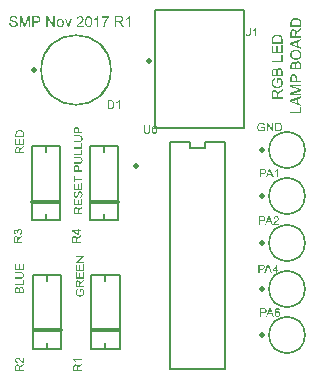
<source format=gto>
%FSLAX33Y33*%
%MOMM*%
%ADD10C,0.15*%
%ADD11C,0.3*%
%ADD12C,3.21X2.91*%
%ADD13C,0.5*%
%ADD14C,3.21X2.91*%
%ADD15C,3.21X2.91*%
%ADD16C,3.21X2.91*%
%ADD17C,3.21X2.91*%
%ADD18C,6.05X5.75*%
D10*
%LNtop silkscreen_traces*%
%LNtop silkscreen component c7744e5600d26988*%
G01*
X5150Y13800D02*
X2750Y13800D01*
X2750Y20100*
X5150Y20100*
X5150Y13800*
X3950Y13800D02*
X3950Y14340D01*
X3950Y20100D02*
X3950Y19560D01*
D11*
X5080Y15375D02*
X2820Y15375D01*
G36*
X1955Y11919D02*
X1239Y11919D01*
X1239Y12236D01*
X1240Y12281D01*
X1244Y12320D01*
X1250Y12354D01*
X1258Y12382D01*
X1270Y12405D01*
X1285Y12426D01*
X1304Y12445D01*
X1326Y12461D01*
X1351Y12474D01*
X1378Y12483D01*
X1405Y12489D01*
X1434Y12491D01*
X1471Y12488D01*
X1504Y12479D01*
X1535Y12463D01*
X1563Y12442D01*
X1586Y12414D01*
X1605Y12379D01*
X1619Y12337D01*
X1624Y12314D01*
X1547Y12298D01*
X1541Y12319D01*
X1534Y12336D01*
X1524Y12351D01*
X1512Y12364D01*
X1498Y12374D01*
X1483Y12383D01*
X1467Y12388D01*
X1451Y12392D01*
X1434Y12393D01*
X1410Y12391D01*
X1388Y12384D01*
X1368Y12372D01*
X1351Y12356D01*
X1336Y12335D01*
X1326Y12309D01*
X1320Y12277D01*
X1318Y12240D01*
X1318Y12013D01*
X1555Y12013D01*
X1555Y12013D01*
X1555Y12217D01*
X1554Y12248D01*
X1551Y12275D01*
X1547Y12298D01*
X1624Y12314D01*
X1629Y12289D01*
X1638Y12307D01*
X1647Y12322D01*
X1656Y12335D01*
X1665Y12346D01*
X1685Y12367D01*
X1707Y12387D01*
X1732Y12406D01*
X1760Y12425D01*
X1955Y12549D01*
X1955Y12430D01*
X1806Y12336D01*
X1775Y12316D01*
X1749Y12298D01*
X1726Y12282D01*
X1707Y12267D01*
X1691Y12254D01*
X1678Y12242D01*
X1667Y12230D01*
X1659Y12219D01*
X1653Y12208D01*
X1648Y12198D01*
X1643Y12187D01*
X1640Y12176D01*
X1639Y12167D01*
X1638Y12155D01*
X1637Y12140D01*
X1637Y12123D01*
X1637Y12013D01*
X1955Y12013D01*
X1955Y11919D01*
X1955Y11919D01*
X1766Y12604D02*
X1754Y12692D01*
X1789Y12701D01*
X1818Y12713D01*
X1842Y12727D01*
X1862Y12744D01*
X1876Y12763D01*
X1886Y12784D01*
X1892Y12807D01*
X1895Y12832D01*
X1892Y12862D01*
X1884Y12889D01*
X1870Y12914D01*
X1852Y12937D01*
X1829Y12956D01*
X1803Y12969D01*
X1776Y12977D01*
X1745Y12980D01*
X1716Y12977D01*
X1690Y12970D01*
X1666Y12957D01*
X1645Y12940D01*
X1628Y12919D01*
X1616Y12895D01*
X1608Y12869D01*
X1606Y12840D01*
X1607Y12826D01*
X1608Y12812D01*
X1611Y12795D01*
X1616Y12778D01*
X1539Y12787D01*
X1539Y12791D01*
X1539Y12795D01*
X1540Y12799D01*
X1540Y12801D01*
X1538Y12829D01*
X1532Y12855D01*
X1523Y12879D01*
X1510Y12903D01*
X1494Y12922D01*
X1473Y12936D01*
X1448Y12945D01*
X1420Y12947D01*
X1397Y12945D01*
X1376Y12939D01*
X1357Y12929D01*
X1340Y12915D01*
X1326Y12897D01*
X1316Y12877D01*
X1310Y12855D01*
X1308Y12830D01*
X1310Y12806D01*
X1316Y12783D01*
X1326Y12763D01*
X1340Y12745D01*
X1358Y12729D01*
X1381Y12717D01*
X1407Y12707D01*
X1437Y12701D01*
X1421Y12613D01*
X1380Y12624D01*
X1343Y12639D01*
X1311Y12660D01*
X1284Y12686D01*
X1263Y12717D01*
X1248Y12750D01*
X1239Y12788D01*
X1236Y12828D01*
X1237Y12857D01*
X1242Y12885D01*
X1250Y12911D01*
X1261Y12936D01*
X1275Y12959D01*
X1291Y12980D01*
X1309Y12997D01*
X1330Y13012D01*
X1352Y13023D01*
X1374Y13031D01*
X1398Y13036D01*
X1422Y13038D01*
X1445Y13036D01*
X1466Y13032D01*
X1487Y13024D01*
X1506Y13013D01*
X1524Y12999D01*
X1541Y12982D01*
X1555Y12962D01*
X1567Y12939D01*
X1576Y12969D01*
X1589Y12996D01*
X1607Y13018D01*
X1628Y13038D01*
X1652Y13053D01*
X1680Y13064D01*
X1710Y13071D01*
X1743Y13073D01*
X1788Y13069D01*
X1830Y13056D01*
X1868Y13034D01*
X1902Y13005D01*
X1931Y12968D01*
X1951Y12927D01*
X1963Y12882D01*
X1967Y12832D01*
X1964Y12787D01*
X1953Y12745D01*
X1936Y12708D01*
X1911Y12675D01*
X1881Y12647D01*
X1847Y12626D01*
X1808Y12612D01*
X1766Y12604D01*
X1766Y12604D01*
G37*
%LNtop silkscreen component 4748f6f89c8109e0*%
D12*
X24400Y15900D03*
D13*
X22230Y15900D03*
%LNtop silkscreen component 984487acf14f2a04*%
D14*
X24400Y7975D03*
D13*
X22230Y7975D03*
%LNtop silkscreen component f9d875cb877cf273*%
D10*
X10100Y13800D02*
X7700Y13800D01*
X7700Y20100*
X10100Y20100*
X10100Y13800*
X8900Y13800D02*
X8900Y14340D01*
X8900Y20100D02*
X8900Y19560D01*
D11*
X10030Y15375D02*
X7770Y15375D01*
G36*
X6905Y11919D02*
X6189Y11919D01*
X6189Y12236D01*
X6190Y12281D01*
X6194Y12320D01*
X6200Y12354D01*
X6208Y12382D01*
X6220Y12405D01*
X6235Y12426D01*
X6254Y12445D01*
X6276Y12461D01*
X6301Y12474D01*
X6328Y12483D01*
X6355Y12489D01*
X6384Y12491D01*
X6421Y12488D01*
X6454Y12479D01*
X6485Y12463D01*
X6513Y12442D01*
X6536Y12414D01*
X6555Y12379D01*
X6569Y12337D01*
X6574Y12314D01*
X6497Y12298D01*
X6491Y12319D01*
X6484Y12336D01*
X6474Y12351D01*
X6462Y12364D01*
X6448Y12374D01*
X6433Y12383D01*
X6417Y12388D01*
X6401Y12392D01*
X6384Y12393D01*
X6360Y12391D01*
X6338Y12384D01*
X6318Y12372D01*
X6301Y12356D01*
X6286Y12335D01*
X6276Y12309D01*
X6270Y12277D01*
X6268Y12240D01*
X6268Y12013D01*
X6505Y12013D01*
X6505Y12013D01*
X6505Y12217D01*
X6504Y12248D01*
X6501Y12275D01*
X6497Y12298D01*
X6574Y12314D01*
X6579Y12289D01*
X6588Y12307D01*
X6597Y12322D01*
X6606Y12335D01*
X6615Y12346D01*
X6635Y12367D01*
X6657Y12387D01*
X6682Y12406D01*
X6710Y12425D01*
X6905Y12549D01*
X6905Y12430D01*
X6756Y12336D01*
X6725Y12316D01*
X6699Y12298D01*
X6676Y12282D01*
X6657Y12267D01*
X6641Y12254D01*
X6628Y12242D01*
X6617Y12230D01*
X6609Y12219D01*
X6603Y12208D01*
X6598Y12198D01*
X6593Y12187D01*
X6590Y12176D01*
X6589Y12167D01*
X6588Y12155D01*
X6587Y12140D01*
X6587Y12123D01*
X6587Y12013D01*
X6905Y12013D01*
X6905Y11919D01*
X6905Y11919D01*
X6905Y12885D02*
X6733Y12885D01*
X6733Y12575D01*
X6653Y12575D01*
X6291Y12830D01*
X6330Y12885D01*
X6653Y12661D01*
X6653Y12885D01*
X6653Y12885D01*
X6330Y12885D01*
X6291Y12830D01*
X6189Y12902D01*
X6189Y12973D01*
X6653Y12973D01*
X6653Y13070D01*
X6733Y13070D01*
X6733Y12973D01*
X6905Y12973D01*
X6905Y12885D01*
X6905Y12885D01*
G37*
%LNtop silkscreen component 97c4d0802fb8fad4*%
D15*
X24400Y11925D03*
D13*
X22230Y11925D03*
%LNtop silkscreen component aaabee27c90a06a9*%
D16*
X24400Y4135D03*
D13*
X22230Y4135D03*
%LNtop silkscreen component 22fb0f4d1f771101*%
D10*
X10200Y2925D02*
X7800Y2925D01*
X7800Y9225*
X10200Y9225*
X10200Y2925*
X9000Y2925D02*
X9000Y3465D01*
X9000Y9225D02*
X9000Y8685D01*
D11*
X10130Y4500D02*
X7870Y4500D01*
G36*
X7005Y1044D02*
X6289Y1044D01*
X6289Y1361D01*
X6290Y1406D01*
X6294Y1445D01*
X6300Y1479D01*
X6308Y1507D01*
X6320Y1530D01*
X6335Y1551D01*
X6354Y1570D01*
X6376Y1586D01*
X6401Y1599D01*
X6428Y1608D01*
X6455Y1614D01*
X6484Y1616D01*
X6521Y1613D01*
X6554Y1604D01*
X6585Y1588D01*
X6613Y1567D01*
X6636Y1539D01*
X6655Y1504D01*
X6669Y1462D01*
X6674Y1439D01*
X6597Y1423D01*
X6591Y1444D01*
X6584Y1461D01*
X6574Y1476D01*
X6562Y1489D01*
X6548Y1499D01*
X6533Y1508D01*
X6517Y1513D01*
X6501Y1517D01*
X6484Y1518D01*
X6460Y1516D01*
X6438Y1509D01*
X6418Y1497D01*
X6401Y1481D01*
X6386Y1460D01*
X6376Y1434D01*
X6370Y1402D01*
X6368Y1365D01*
X6368Y1138D01*
X6605Y1138D01*
X6605Y1138D01*
X6605Y1342D01*
X6604Y1373D01*
X6601Y1400D01*
X6597Y1423D01*
X6674Y1439D01*
X6679Y1414D01*
X6688Y1432D01*
X6697Y1447D01*
X6706Y1460D01*
X6715Y1471D01*
X6735Y1492D01*
X6757Y1512D01*
X6782Y1531D01*
X6810Y1550D01*
X7005Y1674D01*
X7005Y1555D01*
X6856Y1461D01*
X6825Y1441D01*
X6799Y1423D01*
X6776Y1407D01*
X6757Y1392D01*
X6741Y1379D01*
X6728Y1367D01*
X6717Y1355D01*
X6709Y1344D01*
X6703Y1333D01*
X6698Y1323D01*
X6693Y1312D01*
X6690Y1301D01*
X6689Y1292D01*
X6688Y1280D01*
X6687Y1265D01*
X6687Y1248D01*
X6687Y1138D01*
X7005Y1138D01*
X7005Y1044D01*
X7005Y1044D01*
X7005Y2060D02*
X7005Y1972D01*
X6445Y1972D01*
X6460Y1955D01*
X6475Y1935D01*
X6490Y1913D01*
X6505Y1889D01*
X6519Y1863D01*
X6532Y1840D01*
X6542Y1817D01*
X6550Y1796D01*
X6466Y1796D01*
X6447Y1832D01*
X6427Y1865D01*
X6405Y1896D01*
X6382Y1925D01*
X6357Y1951D01*
X6333Y1972D01*
X6309Y1990D01*
X6286Y2003D01*
X6286Y2060D01*
X7005Y2060D01*
X7005Y2060D01*
G37*
%LNtop silkscreen component 5fb507646df7b499*%
D10*
X14498Y20413D02*
X14498Y1236D01*
X19102Y1236*
X19102Y20413*
X17458Y20413*
X17458Y19913*
X16142Y19913*
X16142Y20413*
X14498Y20413*
D13*
X11581Y18445D03*
G36*
X12703Y21879D02*
X12798Y21879D01*
X12798Y21466D01*
X12796Y21415D01*
X12792Y21369D01*
X12784Y21329D01*
X12773Y21294D01*
X12759Y21264D01*
X12739Y21237D01*
X12715Y21212D01*
X12685Y21191D01*
X12651Y21174D01*
X12612Y21161D01*
X12567Y21154D01*
X12518Y21151D01*
X12470Y21153D01*
X12427Y21160D01*
X12388Y21171D01*
X12354Y21186D01*
X12324Y21205D01*
X12299Y21228D01*
X12278Y21255D01*
X12262Y21286D01*
X12250Y21322D01*
X12242Y21364D01*
X12237Y21412D01*
X12235Y21466D01*
X12235Y21879D01*
X12330Y21879D01*
X12330Y21466D01*
X12331Y21423D01*
X12334Y21385D01*
X12339Y21354D01*
X12347Y21329D01*
X12357Y21308D01*
X12370Y21290D01*
X12387Y21274D01*
X12406Y21261D01*
X12429Y21250D01*
X12453Y21243D01*
X12480Y21238D01*
X12510Y21237D01*
X12558Y21240D01*
X12599Y21249D01*
X12633Y21263D01*
X12659Y21284D01*
X12678Y21313D01*
X12692Y21353D01*
X12700Y21404D01*
X12703Y21466D01*
X12703Y21879D01*
X12703Y21879D01*
X13376Y21704D02*
X13289Y21697D01*
X13282Y21721D01*
X13274Y21742D01*
X13266Y21759D01*
X13255Y21772D01*
X13237Y21789D01*
X13216Y21801D01*
X13193Y21808D01*
X13167Y21810D01*
X13147Y21809D01*
X13128Y21804D01*
X13110Y21797D01*
X13094Y21787D01*
X13074Y21770D01*
X13057Y21749D01*
X13041Y21725D01*
X13028Y21698D01*
X13018Y21666D01*
X13010Y21628D01*
X13005Y21583D01*
X13003Y21533D01*
X13050Y21496D01*
X13040Y21484D01*
X13027Y21458D01*
X13020Y21428D01*
X13017Y21395D01*
X13017Y21395D01*
X13018Y21373D01*
X13022Y21351D01*
X13028Y21330D01*
X13036Y21309D01*
X13047Y21289D01*
X13060Y21272D01*
X13074Y21257D01*
X13090Y21245D01*
X13108Y21236D01*
X13126Y21229D01*
X13144Y21225D01*
X13163Y21224D01*
X13190Y21226D01*
X13215Y21235D01*
X13238Y21249D01*
X13259Y21268D01*
X13276Y21293D01*
X13289Y21321D01*
X13296Y21354D01*
X13299Y21391D01*
X13296Y21426D01*
X13289Y21457D01*
X13277Y21484D01*
X13259Y21507D01*
X13238Y21526D01*
X13215Y21540D01*
X13188Y21548D01*
X13160Y21550D01*
X13131Y21548D01*
X13105Y21540D01*
X13080Y21526D01*
X13059Y21507D01*
X13050Y21496D01*
X13003Y21533D01*
X13020Y21555D01*
X13039Y21575D01*
X13059Y21591D01*
X13081Y21604D01*
X13104Y21615D01*
X13128Y21622D01*
X13152Y21626D01*
X13177Y21628D01*
X13220Y21624D01*
X13259Y21612D01*
X13294Y21591D01*
X13327Y21563D01*
X13354Y21528D01*
X13373Y21489D01*
X13385Y21445D01*
X13389Y21396D01*
X13387Y21363D01*
X13381Y21331D01*
X13372Y21300D01*
X13360Y21271D01*
X13344Y21243D01*
X13325Y21220D01*
X13304Y21199D01*
X13280Y21182D01*
X13254Y21169D01*
X13226Y21159D01*
X13196Y21153D01*
X13165Y21151D01*
X13112Y21156D01*
X13065Y21171D01*
X13023Y21197D01*
X12985Y21232D01*
X12955Y21279D01*
X12933Y21339D01*
X12920Y21412D01*
X12916Y21498D01*
X12921Y21595D01*
X12935Y21678D01*
X12959Y21746D01*
X12993Y21800D01*
X13029Y21836D01*
X13071Y21862D01*
X13119Y21877D01*
X13173Y21882D01*
X13213Y21879D01*
X13250Y21870D01*
X13282Y21856D01*
X13311Y21835D01*
X13336Y21809D01*
X13354Y21778D01*
X13368Y21744D01*
X13376Y21704D01*
X13376Y21704D01*
G37*
%LNtop silkscreen component 5b78421b79674273*%
D10*
X13225Y21600D02*
X13225Y31600D01*
X20725Y31600*
X20725Y21600*
X13225Y21600*
D13*
X12700Y27300D03*
G36*
X20904Y29603D02*
X20989Y29615D01*
X20992Y29577D01*
X20999Y29546D01*
X21008Y29521D01*
X21020Y29503D01*
X21035Y29489D01*
X21053Y29480D01*
X21073Y29474D01*
X21096Y29472D01*
X21113Y29473D01*
X21129Y29476D01*
X21144Y29481D01*
X21157Y29489D01*
X21169Y29498D01*
X21179Y29508D01*
X21187Y29520D01*
X21193Y29533D01*
X21197Y29549D01*
X21200Y29569D01*
X21202Y29594D01*
X21203Y29623D01*
X21203Y30116D01*
X21297Y30116D01*
X21297Y29628D01*
X21296Y29586D01*
X21292Y29548D01*
X21285Y29516D01*
X21276Y29489D01*
X21263Y29466D01*
X21248Y29445D01*
X21229Y29428D01*
X21207Y29414D01*
X21182Y29402D01*
X21156Y29394D01*
X21127Y29389D01*
X21096Y29388D01*
X21052Y29391D01*
X21013Y29401D01*
X20980Y29418D01*
X20952Y29442D01*
X20930Y29472D01*
X20915Y29509D01*
X20906Y29553D01*
X20904Y29603D01*
X20904Y29603D01*
X21748Y29400D02*
X21660Y29400D01*
X21660Y29960D01*
X21643Y29945D01*
X21623Y29930D01*
X21601Y29915D01*
X21576Y29900D01*
X21551Y29885D01*
X21528Y29873D01*
X21505Y29863D01*
X21484Y29854D01*
X21484Y29939D01*
X21520Y29957D01*
X21553Y29977D01*
X21584Y29999D01*
X21613Y30023D01*
X21638Y30048D01*
X21660Y30072D01*
X21677Y30095D01*
X21691Y30119D01*
X21748Y30119D01*
X21748Y29400D01*
X21748Y29400D01*
G37*
%LNtop silkscreen component d78364369f544818*%
D17*
X24400Y19775D03*
D13*
X22230Y19775D03*
%LNtop silkscreen component 51f36aee92305af8*%
D18*
X6500Y26550D03*
D13*
X2975Y26530D03*
G36*
X9177Y23250D02*
X9177Y23966D01*
X9422Y23966D01*
X9422Y23881D01*
X9272Y23881D01*
X9272Y23334D01*
X9272Y23334D01*
X9425Y23334D01*
X9458Y23335D01*
X9488Y23338D01*
X9514Y23342D01*
X9536Y23348D01*
X9555Y23355D01*
X9572Y23364D01*
X9587Y23373D01*
X9600Y23385D01*
X9616Y23403D01*
X9630Y23424D01*
X9642Y23448D01*
X9652Y23475D01*
X9661Y23505D01*
X9667Y23538D01*
X9670Y23574D01*
X9671Y23613D01*
X9669Y23666D01*
X9662Y23713D01*
X9651Y23752D01*
X9634Y23786D01*
X9615Y23814D01*
X9594Y23836D01*
X9570Y23854D01*
X9545Y23867D01*
X9523Y23873D01*
X9495Y23878D01*
X9462Y23880D01*
X9422Y23881D01*
X9422Y23966D01*
X9424Y23966D01*
X9463Y23965D01*
X9497Y23963D01*
X9527Y23960D01*
X9551Y23956D01*
X9581Y23947D01*
X9608Y23936D01*
X9633Y23921D01*
X9656Y23904D01*
X9683Y23879D01*
X9706Y23850D01*
X9725Y23818D01*
X9741Y23782D01*
X9753Y23743D01*
X9762Y23702D01*
X9767Y23658D01*
X9769Y23612D01*
X9768Y23572D01*
X9764Y23535D01*
X9758Y23500D01*
X9750Y23467D01*
X9740Y23437D01*
X9728Y23410D01*
X9715Y23385D01*
X9701Y23363D01*
X9686Y23344D01*
X9670Y23326D01*
X9653Y23311D01*
X9636Y23298D01*
X9617Y23287D01*
X9597Y23277D01*
X9575Y23269D01*
X9550Y23262D01*
X9524Y23257D01*
X9497Y23253D01*
X9467Y23251D01*
X9435Y23250D01*
X9177Y23250D01*
X9177Y23250D01*
X10195Y23250D02*
X10107Y23250D01*
X10107Y23810D01*
X10090Y23795D01*
X10070Y23780D01*
X10048Y23765D01*
X10024Y23750D01*
X9998Y23735D01*
X9975Y23723D01*
X9952Y23713D01*
X9931Y23704D01*
X9931Y23789D01*
X9967Y23807D01*
X10000Y23827D01*
X10031Y23849D01*
X10060Y23873D01*
X10086Y23898D01*
X10107Y23922D01*
X10125Y23945D01*
X10138Y23969D01*
X10195Y23969D01*
X10195Y23250D01*
X10195Y23250D01*
G37*
%LNtop silkscreen component df80b99157660698*%
D10*
X5275Y2925D02*
X2875Y2925D01*
X2875Y9225*
X5275Y9225*
X5275Y2925*
X4075Y2925D02*
X4075Y3465D01*
X4075Y9225D02*
X4075Y8685D01*
D11*
X5205Y4500D02*
X2945Y4500D01*
G36*
X2080Y1044D02*
X1364Y1044D01*
X1364Y1361D01*
X1365Y1406D01*
X1369Y1445D01*
X1375Y1479D01*
X1383Y1507D01*
X1395Y1530D01*
X1410Y1551D01*
X1429Y1570D01*
X1451Y1586D01*
X1476Y1599D01*
X1503Y1608D01*
X1530Y1614D01*
X1559Y1616D01*
X1596Y1613D01*
X1629Y1604D01*
X1660Y1588D01*
X1688Y1567D01*
X1711Y1539D01*
X1730Y1504D01*
X1744Y1462D01*
X1749Y1439D01*
X1672Y1423D01*
X1666Y1444D01*
X1659Y1461D01*
X1649Y1476D01*
X1637Y1489D01*
X1623Y1499D01*
X1608Y1508D01*
X1592Y1513D01*
X1576Y1517D01*
X1559Y1518D01*
X1535Y1516D01*
X1513Y1509D01*
X1493Y1497D01*
X1476Y1481D01*
X1461Y1460D01*
X1451Y1434D01*
X1445Y1402D01*
X1443Y1365D01*
X1443Y1138D01*
X1680Y1138D01*
X1680Y1138D01*
X1680Y1342D01*
X1679Y1373D01*
X1676Y1400D01*
X1672Y1423D01*
X1749Y1439D01*
X1754Y1414D01*
X1763Y1432D01*
X1772Y1447D01*
X1781Y1460D01*
X1790Y1471D01*
X1810Y1492D01*
X1832Y1512D01*
X1857Y1531D01*
X1885Y1550D01*
X2080Y1674D01*
X2080Y1555D01*
X1931Y1461D01*
X1900Y1441D01*
X1874Y1423D01*
X1851Y1407D01*
X1832Y1392D01*
X1816Y1379D01*
X1803Y1367D01*
X1792Y1355D01*
X1784Y1344D01*
X1778Y1333D01*
X1773Y1323D01*
X1768Y1312D01*
X1765Y1301D01*
X1764Y1292D01*
X1763Y1280D01*
X1762Y1265D01*
X1762Y1248D01*
X1762Y1138D01*
X2080Y1138D01*
X2080Y1044D01*
X2080Y1044D01*
X1995Y2191D02*
X2080Y2191D01*
X2080Y1717D01*
X2064Y1718D01*
X2048Y1720D01*
X2033Y1723D01*
X2019Y1728D01*
X1994Y1738D01*
X1971Y1751D01*
X1947Y1767D01*
X1923Y1786D01*
X1899Y1808D01*
X1873Y1834D01*
X1845Y1865D01*
X1815Y1901D01*
X1770Y1954D01*
X1729Y1998D01*
X1694Y2033D01*
X1663Y2058D01*
X1636Y2076D01*
X1609Y2089D01*
X1583Y2097D01*
X1558Y2099D01*
X1533Y2097D01*
X1509Y2090D01*
X1488Y2078D01*
X1469Y2062D01*
X1454Y2042D01*
X1443Y2019D01*
X1436Y1993D01*
X1434Y1965D01*
X1436Y1934D01*
X1443Y1907D01*
X1455Y1884D01*
X1472Y1863D01*
X1493Y1846D01*
X1517Y1834D01*
X1545Y1827D01*
X1577Y1824D01*
X1568Y1734D01*
X1520Y1742D01*
X1479Y1756D01*
X1443Y1777D01*
X1414Y1804D01*
X1391Y1837D01*
X1374Y1875D01*
X1364Y1918D01*
X1361Y1966D01*
X1364Y2015D01*
X1375Y2059D01*
X1393Y2097D01*
X1418Y2130D01*
X1448Y2156D01*
X1482Y2175D01*
X1519Y2186D01*
X1560Y2190D01*
X1581Y2189D01*
X1602Y2185D01*
X1623Y2180D01*
X1644Y2172D01*
X1665Y2162D01*
X1687Y2149D01*
X1709Y2133D01*
X1731Y2114D01*
X1757Y2090D01*
X1786Y2059D01*
X1820Y2022D01*
X1857Y1978D01*
X1888Y1942D01*
X1913Y1913D01*
X1933Y1891D01*
X1948Y1877D01*
X1959Y1866D01*
X1971Y1856D01*
X1983Y1847D01*
X1995Y1840D01*
X1995Y2191D01*
X1995Y2191D01*
G37*
%LNtext*%
G36*
X24000Y24125D02*
X23091Y24125D01*
X23091Y24528D01*
X23092Y24585D01*
X23097Y24635D01*
X23105Y24677D01*
X23115Y24713D01*
X23130Y24743D01*
X23149Y24770D01*
X23173Y24793D01*
X23202Y24814D01*
X23234Y24830D01*
X23267Y24842D01*
X23302Y24849D01*
X23339Y24852D01*
X23385Y24848D01*
X23428Y24836D01*
X23467Y24816D01*
X23502Y24789D01*
X23532Y24753D01*
X23556Y24709D01*
X23574Y24657D01*
X23580Y24626D01*
X23483Y24607D01*
X23475Y24633D01*
X23465Y24655D01*
X23453Y24674D01*
X23438Y24690D01*
X23421Y24703D01*
X23401Y24714D01*
X23381Y24722D01*
X23361Y24726D01*
X23339Y24728D01*
X23308Y24725D01*
X23280Y24716D01*
X23255Y24701D01*
X23233Y24681D01*
X23215Y24654D01*
X23202Y24620D01*
X23194Y24580D01*
X23191Y24533D01*
X23191Y24245D01*
X23492Y24245D01*
X23492Y24245D01*
X23492Y24504D01*
X23491Y24543D01*
X23488Y24577D01*
X23483Y24607D01*
X23580Y24626D01*
X23586Y24596D01*
X23598Y24618D01*
X23609Y24638D01*
X23620Y24654D01*
X23632Y24668D01*
X23657Y24694D01*
X23686Y24719D01*
X23718Y24744D01*
X23753Y24768D01*
X24000Y24926D01*
X24000Y24775D01*
X23811Y24654D01*
X23772Y24629D01*
X23739Y24606D01*
X23710Y24586D01*
X23686Y24568D01*
X23666Y24551D01*
X23649Y24535D01*
X23635Y24520D01*
X23625Y24507D01*
X23617Y24493D01*
X23610Y24479D01*
X23605Y24466D01*
X23601Y24452D01*
X23599Y24440D01*
X23597Y24425D01*
X23597Y24406D01*
X23596Y24385D01*
X23596Y24245D01*
X24000Y24245D01*
X24000Y24125D01*
X24000Y24125D01*
X23643Y25466D02*
X23537Y25466D01*
X23536Y25851D01*
X23873Y25851D01*
X23907Y25806D01*
X23935Y25761D01*
X23960Y25714D01*
X23980Y25668D01*
X23995Y25620D01*
X24007Y25572D01*
X24013Y25524D01*
X24016Y25474D01*
X24012Y25409D01*
X24001Y25346D01*
X23983Y25287D01*
X23958Y25231D01*
X23926Y25179D01*
X23888Y25135D01*
X23843Y25097D01*
X23792Y25066D01*
X23736Y25041D01*
X23677Y25024D01*
X23615Y25013D01*
X23550Y25010D01*
X23485Y25013D01*
X23422Y25024D01*
X23361Y25041D01*
X23302Y25065D01*
X23248Y25096D01*
X23202Y25133D01*
X23163Y25176D01*
X23131Y25225D01*
X23107Y25279D01*
X23089Y25337D01*
X23079Y25399D01*
X23075Y25465D01*
X23077Y25513D01*
X23083Y25559D01*
X23093Y25602D01*
X23107Y25643D01*
X23125Y25681D01*
X23146Y25714D01*
X23169Y25743D01*
X23196Y25768D01*
X23227Y25789D01*
X23262Y25808D01*
X23301Y25824D01*
X23345Y25837D01*
X23375Y25728D01*
X23342Y25718D01*
X23313Y25706D01*
X23287Y25692D01*
X23266Y25678D01*
X23247Y25661D01*
X23230Y25641D01*
X23215Y25617D01*
X23202Y25591D01*
X23192Y25562D01*
X23184Y25531D01*
X23180Y25499D01*
X23178Y25466D01*
X23180Y25426D01*
X23185Y25389D01*
X23192Y25354D01*
X23203Y25323D01*
X23217Y25294D01*
X23233Y25269D01*
X23250Y25246D01*
X23270Y25226D01*
X23290Y25208D01*
X23312Y25193D01*
X23335Y25180D01*
X23359Y25169D01*
X23402Y25153D01*
X23447Y25142D01*
X23494Y25136D01*
X23542Y25134D01*
X23601Y25136D01*
X23654Y25144D01*
X23702Y25157D01*
X23746Y25176D01*
X23784Y25199D01*
X23817Y25227D01*
X23845Y25260D01*
X23867Y25297D01*
X23885Y25338D01*
X23897Y25380D01*
X23905Y25423D01*
X23907Y25467D01*
X23905Y25506D01*
X23899Y25545D01*
X23890Y25583D01*
X23877Y25620D01*
X23862Y25655D01*
X23846Y25685D01*
X23830Y25711D01*
X23813Y25733D01*
X23643Y25733D01*
X23643Y25466D01*
X23643Y25466D01*
X24000Y26023D02*
X23091Y26023D01*
X23091Y26364D01*
X23093Y26414D01*
X23098Y26458D01*
X23106Y26497D01*
X23119Y26531D01*
X23134Y26561D01*
X23154Y26587D01*
X23177Y26610D01*
X23203Y26630D01*
X23232Y26645D01*
X23262Y26657D01*
X23292Y26663D01*
X23323Y26665D01*
X23352Y26664D01*
X23380Y26658D01*
X23407Y26648D01*
X23433Y26634D01*
X23458Y26616D01*
X23480Y26594D01*
X23499Y26568D01*
X23516Y26538D01*
X23602Y26503D01*
X23595Y26487D01*
X23589Y26461D01*
X23584Y26430D01*
X23581Y26394D01*
X23580Y26354D01*
X23580Y26143D01*
X23893Y26143D01*
X23893Y26143D01*
X23893Y26370D01*
X23892Y26397D01*
X23892Y26419D01*
X23890Y26438D01*
X23888Y26452D01*
X23884Y26471D01*
X23878Y26490D01*
X23872Y26506D01*
X23864Y26521D01*
X23854Y26534D01*
X23842Y26546D01*
X23829Y26557D01*
X23813Y26567D01*
X23796Y26575D01*
X23777Y26580D01*
X23758Y26584D01*
X23736Y26585D01*
X23712Y26583D01*
X23689Y26578D01*
X23668Y26570D01*
X23648Y26559D01*
X23631Y26545D01*
X23616Y26528D01*
X23604Y26508D01*
X23602Y26503D01*
X23516Y26538D01*
X23444Y26495D01*
X23432Y26511D01*
X23417Y26524D01*
X23400Y26534D01*
X23381Y26541D01*
X23361Y26546D01*
X23338Y26547D01*
X23316Y26546D01*
X23295Y26542D01*
X23276Y26535D01*
X23258Y26525D01*
X23242Y26513D01*
X23229Y26499D01*
X23219Y26482D01*
X23211Y26463D01*
X23205Y26440D01*
X23201Y26409D01*
X23199Y26370D01*
X23198Y26325D01*
X23198Y26143D01*
X23473Y26143D01*
X23473Y26143D01*
X23473Y26340D01*
X23472Y26377D01*
X23470Y26409D01*
X23467Y26434D01*
X23462Y26455D01*
X23454Y26476D01*
X23444Y26495D01*
X23516Y26538D01*
X23531Y26577D01*
X23549Y26611D01*
X23572Y26641D01*
X23599Y26665D01*
X23629Y26685D01*
X23662Y26698D01*
X23698Y26707D01*
X23736Y26710D01*
X23768Y26708D01*
X23798Y26703D01*
X23827Y26694D01*
X23855Y26683D01*
X23881Y26668D01*
X23904Y26652D01*
X23923Y26635D01*
X23940Y26616D01*
X23954Y26595D01*
X23966Y26571D01*
X23976Y26545D01*
X23985Y26516D01*
X23991Y26485D01*
X23996Y26450D01*
X23999Y26411D01*
X24000Y26370D01*
X24000Y26023D01*
X24000Y26023D01*
X24000Y27223D02*
X23091Y27223D01*
X23091Y27343D01*
X23893Y27343D01*
X23893Y27791D01*
X24000Y27791D01*
X24000Y27223D01*
X24000Y27223D01*
X24000Y27937D02*
X23091Y27937D01*
X23091Y28594D01*
X23198Y28594D01*
X23198Y28057D01*
X23477Y28057D01*
X23477Y28560D01*
X23583Y28560D01*
X23583Y28057D01*
X23893Y28057D01*
X23893Y28615D01*
X24000Y28615D01*
X24000Y27937D01*
X24000Y27937D01*
X24000Y28781D02*
X23091Y28781D01*
X23091Y29093D01*
X23198Y29093D01*
X23198Y28902D01*
X23893Y28902D01*
X23893Y28902D01*
X23893Y29096D01*
X23892Y29138D01*
X23889Y29176D01*
X23883Y29209D01*
X23876Y29237D01*
X23867Y29261D01*
X23856Y29283D01*
X23843Y29302D01*
X23829Y29318D01*
X23806Y29339D01*
X23779Y29356D01*
X23748Y29372D01*
X23714Y29385D01*
X23676Y29396D01*
X23634Y29403D01*
X23588Y29407D01*
X23539Y29409D01*
X23471Y29406D01*
X23413Y29397D01*
X23362Y29383D01*
X23319Y29362D01*
X23284Y29337D01*
X23255Y29310D01*
X23233Y29281D01*
X23217Y29248D01*
X23209Y29220D01*
X23203Y29185D01*
X23199Y29143D01*
X23198Y29093D01*
X23091Y29093D01*
X23091Y29095D01*
X23092Y29144D01*
X23094Y29188D01*
X23098Y29225D01*
X23104Y29256D01*
X23115Y29294D01*
X23129Y29329D01*
X23147Y29361D01*
X23169Y29390D01*
X23202Y29423D01*
X23238Y29453D01*
X23279Y29477D01*
X23324Y29497D01*
X23373Y29513D01*
X23426Y29524D01*
X23481Y29531D01*
X23540Y29533D01*
X23591Y29531D01*
X23638Y29527D01*
X23683Y29519D01*
X23724Y29509D01*
X23762Y29496D01*
X23797Y29481D01*
X23829Y29465D01*
X23856Y29447D01*
X23881Y29427D01*
X23903Y29407D01*
X23922Y29386D01*
X23939Y29364D01*
X23953Y29340D01*
X23965Y29314D01*
X23976Y29286D01*
X23984Y29255D01*
X23991Y29222D01*
X23996Y29187D01*
X23999Y29149D01*
X24000Y29109D01*
X24000Y28781D01*
X24000Y28781D01*
X6919Y7712D02*
X6835Y7712D01*
X6835Y8015D01*
X7100Y8015D01*
X7126Y7980D01*
X7149Y7944D01*
X7168Y7908D01*
X7184Y7871D01*
X7196Y7834D01*
X7205Y7796D01*
X7210Y7758D01*
X7212Y7719D01*
X7209Y7667D01*
X7201Y7618D01*
X7187Y7572D01*
X7167Y7527D01*
X7142Y7487D01*
X7112Y7452D01*
X7077Y7422D01*
X7036Y7397D01*
X6992Y7378D01*
X6946Y7364D01*
X6897Y7356D01*
X6846Y7353D01*
X6794Y7356D01*
X6744Y7364D01*
X6697Y7378D01*
X6650Y7397D01*
X6608Y7421D01*
X6572Y7450D01*
X6541Y7484D01*
X6516Y7523D01*
X6497Y7565D01*
X6483Y7611D01*
X6475Y7660D01*
X6472Y7712D01*
X6474Y7750D01*
X6478Y7786D01*
X6486Y7820D01*
X6497Y7852D01*
X6511Y7882D01*
X6527Y7908D01*
X6546Y7931D01*
X6567Y7950D01*
X6591Y7967D01*
X6619Y7982D01*
X6650Y7994D01*
X6684Y8005D01*
X6708Y7919D01*
X6682Y7911D01*
X6659Y7901D01*
X6639Y7891D01*
X6622Y7879D01*
X6607Y7866D01*
X6594Y7850D01*
X6582Y7832D01*
X6572Y7811D01*
X6564Y7788D01*
X6558Y7764D01*
X6554Y7739D01*
X6553Y7712D01*
X6554Y7681D01*
X6558Y7652D01*
X6564Y7625D01*
X6573Y7600D01*
X6583Y7577D01*
X6596Y7557D01*
X6609Y7539D01*
X6625Y7523D01*
X6641Y7510D01*
X6659Y7498D01*
X6677Y7487D01*
X6696Y7478D01*
X6730Y7466D01*
X6765Y7458D01*
X6802Y7453D01*
X6840Y7451D01*
X6886Y7453D01*
X6928Y7459D01*
X6966Y7469D01*
X7000Y7484D01*
X7030Y7502D01*
X7056Y7524D01*
X7078Y7550D01*
X7096Y7580D01*
X7109Y7612D01*
X7119Y7645D01*
X7125Y7679D01*
X7127Y7714D01*
X7125Y7744D01*
X7121Y7774D01*
X7113Y7804D01*
X7103Y7834D01*
X7091Y7861D01*
X7079Y7885D01*
X7066Y7906D01*
X7053Y7923D01*
X6919Y7923D01*
X6919Y7712D01*
X6919Y7712D01*
X7200Y8156D02*
X6484Y8156D01*
X6484Y8474D01*
X6485Y8519D01*
X6489Y8558D01*
X6495Y8592D01*
X6503Y8619D01*
X6515Y8643D01*
X6530Y8664D01*
X6549Y8683D01*
X6572Y8699D01*
X6597Y8712D01*
X6623Y8721D01*
X6651Y8727D01*
X6679Y8729D01*
X6716Y8726D01*
X6750Y8716D01*
X6780Y8701D01*
X6808Y8679D01*
X6832Y8651D01*
X6851Y8617D01*
X6865Y8575D01*
X6870Y8551D01*
X6793Y8536D01*
X6787Y8556D01*
X6779Y8574D01*
X6769Y8589D01*
X6757Y8601D01*
X6744Y8612D01*
X6729Y8620D01*
X6713Y8626D01*
X6697Y8630D01*
X6679Y8631D01*
X6655Y8629D01*
X6633Y8622D01*
X6613Y8610D01*
X6596Y8594D01*
X6582Y8573D01*
X6571Y8547D01*
X6565Y8515D01*
X6563Y8478D01*
X6563Y8251D01*
X6800Y8251D01*
X6800Y8251D01*
X6800Y8455D01*
X6799Y8486D01*
X6797Y8513D01*
X6793Y8536D01*
X6870Y8551D01*
X6874Y8527D01*
X6883Y8545D01*
X6892Y8560D01*
X6901Y8573D01*
X6910Y8584D01*
X6930Y8605D01*
X6953Y8625D01*
X6978Y8644D01*
X7005Y8663D01*
X7200Y8787D01*
X7200Y8668D01*
X7051Y8573D01*
X7021Y8554D01*
X6994Y8536D01*
X6971Y8519D01*
X6952Y8505D01*
X6937Y8492D01*
X6923Y8480D01*
X6913Y8468D01*
X6905Y8457D01*
X6898Y8446D01*
X6893Y8436D01*
X6889Y8425D01*
X6886Y8414D01*
X6884Y8404D01*
X6883Y8393D01*
X6882Y8378D01*
X6882Y8361D01*
X6882Y8251D01*
X7200Y8251D01*
X7200Y8156D01*
X7200Y8156D01*
X7200Y8879D02*
X6484Y8879D01*
X6484Y9397D01*
X6569Y9397D01*
X6569Y8974D01*
X6788Y8974D01*
X6788Y9370D01*
X6872Y9370D01*
X6872Y8974D01*
X7116Y8974D01*
X7116Y9413D01*
X7200Y9413D01*
X7200Y8879D01*
X7200Y8879D01*
X7200Y9546D02*
X6484Y9546D01*
X6484Y10064D01*
X6569Y10064D01*
X6569Y9641D01*
X6788Y9641D01*
X6788Y10037D01*
X6872Y10037D01*
X6872Y9641D01*
X7116Y9641D01*
X7116Y10080D01*
X7200Y10080D01*
X7200Y9546D01*
X7200Y9546D01*
X7200Y10210D02*
X6484Y10210D01*
X6484Y10307D01*
X7046Y10683D01*
X6484Y10683D01*
X6484Y10774D01*
X7200Y10774D01*
X7200Y10677D01*
X6638Y10301D01*
X7200Y10301D01*
X7200Y10210D01*
X7200Y10210D01*
X7050Y14354D02*
X6334Y14354D01*
X6334Y14671D01*
X6335Y14716D01*
X6339Y14755D01*
X6345Y14789D01*
X6353Y14817D01*
X6365Y14840D01*
X6380Y14861D01*
X6399Y14880D01*
X6422Y14896D01*
X6447Y14909D01*
X6473Y14918D01*
X6501Y14924D01*
X6529Y14926D01*
X6566Y14923D01*
X6600Y14914D01*
X6630Y14898D01*
X6658Y14877D01*
X6682Y14849D01*
X6701Y14814D01*
X6715Y14772D01*
X6720Y14749D01*
X6643Y14733D01*
X6637Y14754D01*
X6629Y14771D01*
X6619Y14786D01*
X6607Y14799D01*
X6594Y14809D01*
X6579Y14818D01*
X6563Y14823D01*
X6547Y14827D01*
X6529Y14828D01*
X6505Y14826D01*
X6483Y14819D01*
X6463Y14807D01*
X6446Y14791D01*
X6432Y14770D01*
X6421Y14744D01*
X6415Y14712D01*
X6413Y14675D01*
X6413Y14448D01*
X6650Y14448D01*
X6650Y14448D01*
X6650Y14652D01*
X6649Y14683D01*
X6647Y14710D01*
X6643Y14733D01*
X6720Y14749D01*
X6724Y14724D01*
X6733Y14742D01*
X6742Y14757D01*
X6751Y14770D01*
X6760Y14781D01*
X6780Y14802D01*
X6803Y14822D01*
X6828Y14841D01*
X6855Y14860D01*
X7050Y14984D01*
X7050Y14865D01*
X6901Y14771D01*
X6871Y14751D01*
X6844Y14733D01*
X6821Y14717D01*
X6802Y14702D01*
X6787Y14689D01*
X6773Y14677D01*
X6763Y14665D01*
X6755Y14654D01*
X6748Y14643D01*
X6743Y14633D01*
X6739Y14622D01*
X6736Y14611D01*
X6734Y14602D01*
X6733Y14590D01*
X6732Y14575D01*
X6732Y14558D01*
X6732Y14448D01*
X7050Y14448D01*
X7050Y14354D01*
X7050Y14354D01*
X7050Y15076D02*
X6334Y15076D01*
X6334Y15594D01*
X6419Y15594D01*
X6419Y15171D01*
X6638Y15171D01*
X6638Y15567D01*
X6722Y15567D01*
X6722Y15171D01*
X6966Y15171D01*
X6966Y15610D01*
X7050Y15610D01*
X7050Y15076D01*
X7050Y15076D01*
X6820Y15709D02*
X6812Y15798D01*
X6838Y15803D01*
X6861Y15809D01*
X6882Y15817D01*
X6900Y15828D01*
X6917Y15841D01*
X6931Y15858D01*
X6945Y15877D01*
X6956Y15900D01*
X6965Y15925D01*
X6972Y15952D01*
X6976Y15980D01*
X6977Y16010D01*
X6976Y16036D01*
X6973Y16061D01*
X6968Y16084D01*
X6961Y16106D01*
X6952Y16125D01*
X6942Y16142D01*
X6930Y16156D01*
X6917Y16167D01*
X6903Y16176D01*
X6888Y16183D01*
X6872Y16186D01*
X6856Y16188D01*
X6839Y16186D01*
X6824Y16183D01*
X6810Y16177D01*
X6797Y16168D01*
X6785Y16157D01*
X6774Y16142D01*
X6764Y16125D01*
X6755Y16104D01*
X6748Y16085D01*
X6740Y16057D01*
X6731Y16021D01*
X6720Y15976D01*
X6708Y15931D01*
X6697Y15892D01*
X6686Y15861D01*
X6675Y15838D01*
X6661Y15814D01*
X6645Y15793D01*
X6627Y15776D01*
X6608Y15762D01*
X6588Y15751D01*
X6566Y15743D01*
X6543Y15738D01*
X6519Y15736D01*
X6493Y15738D01*
X6467Y15744D01*
X6442Y15754D01*
X6418Y15767D01*
X6396Y15784D01*
X6376Y15805D01*
X6360Y15829D01*
X6346Y15857D01*
X6336Y15887D01*
X6328Y15919D01*
X6323Y15953D01*
X6322Y15988D01*
X6324Y16027D01*
X6328Y16063D01*
X6336Y16097D01*
X6348Y16129D01*
X6362Y16157D01*
X6379Y16183D01*
X6400Y16204D01*
X6423Y16222D01*
X6449Y16237D01*
X6476Y16247D01*
X6505Y16254D01*
X6536Y16257D01*
X6543Y16167D01*
X6511Y16161D01*
X6483Y16151D01*
X6460Y16136D01*
X6440Y16117D01*
X6425Y16093D01*
X6414Y16065D01*
X6408Y16031D01*
X6405Y15992D01*
X6407Y15952D01*
X6413Y15918D01*
X6423Y15890D01*
X6437Y15867D01*
X6454Y15850D01*
X6472Y15838D01*
X6491Y15830D01*
X6513Y15828D01*
X6531Y15829D01*
X6548Y15835D01*
X6563Y15843D01*
X6576Y15856D01*
X6589Y15875D01*
X6602Y15905D01*
X6614Y15946D01*
X6627Y15998D01*
X6640Y16052D01*
X6652Y16096D01*
X6663Y16131D01*
X6673Y16157D01*
X6688Y16186D01*
X6706Y16211D01*
X6725Y16232D01*
X6746Y16249D01*
X6769Y16262D01*
X6794Y16271D01*
X6820Y16277D01*
X6848Y16279D01*
X6876Y16277D01*
X6903Y16271D01*
X6930Y16261D01*
X6956Y16246D01*
X6979Y16228D01*
X7000Y16206D01*
X7019Y16181D01*
X7034Y16152D01*
X7046Y16121D01*
X7055Y16087D01*
X7060Y16052D01*
X7062Y16014D01*
X7060Y15968D01*
X7055Y15925D01*
X7046Y15886D01*
X7034Y15851D01*
X7018Y15820D01*
X6998Y15793D01*
X6975Y15769D01*
X6949Y15748D01*
X6919Y15732D01*
X6888Y15720D01*
X6855Y15712D01*
X6820Y15709D01*
X6820Y15709D01*
X7050Y16410D02*
X6334Y16410D01*
X6334Y16928D01*
X6419Y16928D01*
X6419Y16505D01*
X6638Y16505D01*
X6638Y16901D01*
X6722Y16901D01*
X6722Y16505D01*
X6966Y16505D01*
X6966Y16944D01*
X7050Y16944D01*
X7050Y16410D01*
X7050Y16410D01*
X7050Y17257D02*
X6419Y17257D01*
X6419Y17022D01*
X6334Y17022D01*
X6334Y17589D01*
X6419Y17589D01*
X6419Y17352D01*
X7050Y17352D01*
X7050Y17257D01*
X7050Y17257D01*
X7050Y17946D02*
X6334Y17946D01*
X6334Y18216D01*
X6335Y18249D01*
X6336Y18279D01*
X6338Y18304D01*
X6341Y18325D01*
X6346Y18350D01*
X6354Y18373D01*
X6363Y18394D01*
X6374Y18413D01*
X6388Y18430D01*
X6404Y18445D01*
X6423Y18459D01*
X6444Y18471D01*
X6466Y18480D01*
X6490Y18487D01*
X6515Y18491D01*
X6541Y18492D01*
X6585Y18489D01*
X6626Y18478D01*
X6662Y18460D01*
X6696Y18434D01*
X6723Y18399D01*
X6743Y18353D01*
X6755Y18294D01*
X6756Y18273D01*
X6672Y18268D01*
X6666Y18304D01*
X6655Y18333D01*
X6640Y18356D01*
X6622Y18373D01*
X6599Y18385D01*
X6573Y18392D01*
X6544Y18395D01*
X6522Y18393D01*
X6502Y18389D01*
X6484Y18382D01*
X6467Y18372D01*
X6453Y18360D01*
X6441Y18346D01*
X6431Y18330D01*
X6425Y18312D01*
X6422Y18298D01*
X6420Y18278D01*
X6419Y18253D01*
X6419Y18224D01*
X6419Y18041D01*
X6675Y18041D01*
X6675Y18041D01*
X6675Y18226D01*
X6672Y18268D01*
X6756Y18273D01*
X6759Y18224D01*
X6759Y18041D01*
X7050Y18041D01*
X7050Y17946D01*
X7050Y17946D01*
X6334Y19083D02*
X6334Y19177D01*
X6748Y19177D01*
X6799Y19176D01*
X6845Y19171D01*
X6885Y19164D01*
X6919Y19153D01*
X6949Y19138D01*
X6977Y19119D01*
X7001Y19094D01*
X7022Y19065D01*
X7040Y19031D01*
X7052Y18991D01*
X7060Y18947D01*
X7062Y18898D01*
X7060Y18850D01*
X7054Y18806D01*
X7043Y18767D01*
X7028Y18733D01*
X7008Y18703D01*
X6985Y18678D01*
X6958Y18658D01*
X6927Y18642D01*
X6891Y18630D01*
X6849Y18621D01*
X6802Y18616D01*
X6748Y18614D01*
X6334Y18614D01*
X6334Y18709D01*
X6747Y18709D01*
X6791Y18710D01*
X6828Y18713D01*
X6860Y18719D01*
X6885Y18726D01*
X6906Y18737D01*
X6924Y18750D01*
X6940Y18766D01*
X6953Y18786D01*
X6963Y18808D01*
X6971Y18833D01*
X6975Y18860D01*
X6977Y18889D01*
X6974Y18938D01*
X6965Y18979D01*
X6950Y19012D01*
X6929Y19038D01*
X6900Y19058D01*
X6860Y19072D01*
X6809Y19080D01*
X6747Y19083D01*
X6334Y19083D01*
X6334Y19083D01*
X7050Y19331D02*
X6334Y19331D01*
X6334Y19426D01*
X6966Y19426D01*
X6966Y19778D01*
X7050Y19778D01*
X7050Y19331D01*
X7050Y19331D01*
X7050Y19887D02*
X6334Y19887D01*
X6334Y19982D01*
X6966Y19982D01*
X6966Y20335D01*
X7050Y20335D01*
X7050Y19887D01*
X7050Y19887D01*
X6334Y20917D02*
X6334Y21012D01*
X6748Y21012D01*
X6799Y21010D01*
X6845Y21006D01*
X6885Y20998D01*
X6919Y20987D01*
X6949Y20973D01*
X6977Y20953D01*
X7001Y20929D01*
X7022Y20899D01*
X7040Y20865D01*
X7052Y20826D01*
X7060Y20781D01*
X7062Y20732D01*
X7060Y20684D01*
X7054Y20641D01*
X7043Y20602D01*
X7028Y20568D01*
X7008Y20538D01*
X6985Y20513D01*
X6958Y20492D01*
X6927Y20476D01*
X6891Y20464D01*
X6849Y20456D01*
X6802Y20451D01*
X6748Y20449D01*
X6334Y20449D01*
X6334Y20544D01*
X6747Y20544D01*
X6791Y20545D01*
X6828Y20548D01*
X6860Y20553D01*
X6885Y20561D01*
X6906Y20571D01*
X6924Y20585D01*
X6940Y20601D01*
X6953Y20621D01*
X6963Y20643D01*
X6971Y20667D01*
X6975Y20694D01*
X6977Y20724D01*
X6974Y20772D01*
X6965Y20813D01*
X6950Y20847D01*
X6929Y20873D01*
X6900Y20892D01*
X6860Y20906D01*
X6809Y20914D01*
X6747Y20917D01*
X6334Y20917D01*
X6334Y20917D01*
X7050Y21170D02*
X6334Y21170D01*
X6334Y21440D01*
X6335Y21473D01*
X6336Y21503D01*
X6338Y21528D01*
X6341Y21549D01*
X6346Y21574D01*
X6354Y21597D01*
X6363Y21618D01*
X6374Y21637D01*
X6388Y21654D01*
X6404Y21669D01*
X6423Y21683D01*
X6444Y21694D01*
X6466Y21704D01*
X6490Y21711D01*
X6515Y21715D01*
X6541Y21716D01*
X6585Y21712D01*
X6626Y21701D01*
X6662Y21683D01*
X6696Y21658D01*
X6723Y21623D01*
X6743Y21576D01*
X6755Y21518D01*
X6756Y21497D01*
X6672Y21492D01*
X6666Y21528D01*
X6655Y21557D01*
X6640Y21580D01*
X6622Y21597D01*
X6599Y21609D01*
X6573Y21616D01*
X6544Y21618D01*
X6522Y21617D01*
X6502Y21613D01*
X6484Y21606D01*
X6467Y21596D01*
X6453Y21583D01*
X6441Y21569D01*
X6431Y21553D01*
X6425Y21536D01*
X6422Y21521D01*
X6420Y21502D01*
X6419Y21477D01*
X6419Y21447D01*
X6419Y21264D01*
X6675Y21264D01*
X6675Y21264D01*
X6675Y21449D01*
X6672Y21492D01*
X6756Y21497D01*
X6759Y21448D01*
X6759Y21264D01*
X7050Y21264D01*
X7050Y21170D01*
X7050Y21170D01*
X0857Y30479D02*
X0971Y30489D01*
X0976Y30456D01*
X0984Y30427D01*
X0995Y30400D01*
X1008Y30377D01*
X1025Y30356D01*
X1046Y30337D01*
X1071Y30321D01*
X1100Y30306D01*
X1131Y30294D01*
X1165Y30286D01*
X1201Y30281D01*
X1239Y30279D01*
X1272Y30280D01*
X1304Y30284D01*
X1333Y30291D01*
X1361Y30300D01*
X1385Y30311D01*
X1407Y30324D01*
X1424Y30339D01*
X1439Y30356D01*
X1450Y30374D01*
X1458Y30393D01*
X1463Y30413D01*
X1465Y30433D01*
X1463Y30454D01*
X1459Y30474D01*
X1451Y30492D01*
X1440Y30508D01*
X1426Y30524D01*
X1407Y30538D01*
X1385Y30550D01*
X1358Y30562D01*
X1334Y30570D01*
X1299Y30580D01*
X1253Y30592D01*
X1196Y30606D01*
X1138Y30621D01*
X1090Y30635D01*
X1051Y30649D01*
X1021Y30663D01*
X0990Y30681D01*
X0964Y30701D01*
X0942Y30723D01*
X0924Y30748D01*
X0910Y30774D01*
X0900Y30801D01*
X0894Y30830D01*
X0892Y30861D01*
X0894Y30895D01*
X0902Y30927D01*
X0914Y30959D01*
X0931Y30989D01*
X0953Y31018D01*
X0979Y31042D01*
X1010Y31063D01*
X1045Y31080D01*
X1084Y31094D01*
X1124Y31104D01*
X1167Y31109D01*
X1212Y31111D01*
X1261Y31109D01*
X1307Y31103D01*
X1350Y31093D01*
X1390Y31079D01*
X1426Y31061D01*
X1458Y31038D01*
X1486Y31013D01*
X1509Y30983D01*
X1527Y30950D01*
X1541Y30915D01*
X1549Y30879D01*
X1553Y30840D01*
X1438Y30831D01*
X1431Y30871D01*
X1418Y30907D01*
X1399Y30937D01*
X1375Y30961D01*
X1345Y30980D01*
X1309Y30994D01*
X1266Y31002D01*
X1217Y31005D01*
X1166Y31003D01*
X1122Y30995D01*
X1086Y30983D01*
X1058Y30965D01*
X1036Y30944D01*
X1020Y30921D01*
X1011Y30896D01*
X1008Y30869D01*
X1010Y30845D01*
X1017Y30824D01*
X1028Y30805D01*
X1043Y30788D01*
X1067Y30772D01*
X1106Y30756D01*
X1158Y30740D01*
X1224Y30723D01*
X1292Y30707D01*
X1348Y30692D01*
X1393Y30678D01*
X1426Y30665D01*
X1463Y30646D01*
X1495Y30624D01*
X1521Y30600D01*
X1543Y30573D01*
X1559Y30544D01*
X1571Y30512D01*
X1578Y30479D01*
X1581Y30443D01*
X1578Y30408D01*
X1570Y30373D01*
X1557Y30339D01*
X1539Y30307D01*
X1516Y30276D01*
X1489Y30250D01*
X1456Y30226D01*
X1420Y30207D01*
X1380Y30191D01*
X1337Y30180D01*
X1292Y30173D01*
X1245Y30171D01*
X1185Y30173D01*
X1131Y30180D01*
X1082Y30191D01*
X1038Y30207D01*
X0998Y30227D01*
X0963Y30252D01*
X0933Y30281D01*
X0907Y30315D01*
X0886Y30353D01*
X0871Y30392D01*
X0861Y30434D01*
X0857Y30479D01*
X0857Y30479D01*
X1741Y30187D02*
X1741Y31096D01*
X1922Y31096D01*
X2138Y30452D01*
X2151Y30410D01*
X2163Y30373D01*
X2173Y30343D01*
X2181Y30318D01*
X2190Y30345D01*
X2201Y30379D01*
X2214Y30418D01*
X2229Y30463D01*
X2447Y31096D01*
X2609Y31096D01*
X2609Y30187D01*
X2493Y30187D01*
X2493Y30948D01*
X2229Y30187D01*
X2120Y30187D01*
X1857Y30961D01*
X1857Y30187D01*
X1741Y30187D01*
X1741Y30187D01*
X2803Y30187D02*
X2803Y31096D01*
X3146Y31096D01*
X3189Y31095D01*
X3226Y31094D01*
X3258Y31091D01*
X3284Y31087D01*
X3316Y31080D01*
X3346Y31071D01*
X3372Y31059D01*
X3396Y31045D01*
X3418Y31027D01*
X3437Y31007D01*
X3454Y30983D01*
X3469Y30957D01*
X3481Y30928D01*
X3490Y30898D01*
X3495Y30866D01*
X3497Y30833D01*
X3492Y30777D01*
X3478Y30726D01*
X3455Y30679D01*
X3423Y30637D01*
X3379Y30601D01*
X3320Y30576D01*
X3245Y30561D01*
X3218Y30560D01*
X3212Y30666D01*
X3258Y30674D01*
X3295Y30688D01*
X3324Y30707D01*
X3345Y30731D01*
X3361Y30759D01*
X3370Y30792D01*
X3373Y30829D01*
X3371Y30857D01*
X3366Y30882D01*
X3357Y30905D01*
X3344Y30927D01*
X3329Y30945D01*
X3311Y30960D01*
X3291Y30972D01*
X3268Y30980D01*
X3250Y30984D01*
X3225Y30986D01*
X3194Y30988D01*
X3156Y30988D01*
X2923Y30988D01*
X2923Y30664D01*
X2923Y30664D01*
X3158Y30664D01*
X3212Y30666D01*
X3218Y30560D01*
X3156Y30556D01*
X2923Y30556D01*
X2923Y30187D01*
X2803Y30187D01*
X2803Y30187D01*
X4002Y30187D02*
X4002Y31096D01*
X4125Y31096D01*
X4603Y30382D01*
X4603Y31096D01*
X4718Y31096D01*
X4718Y30187D01*
X4595Y30187D01*
X4117Y30901D01*
X4117Y30187D01*
X4002Y30187D01*
X4002Y30187D01*
X4864Y30516D02*
X4871Y30601D01*
X4890Y30675D01*
X4922Y30737D01*
X4966Y30787D01*
X5011Y30819D01*
X5060Y30842D01*
X5114Y30856D01*
X5173Y30860D01*
X5238Y30855D01*
X5297Y30838D01*
X5349Y30810D01*
X5395Y30771D01*
X5433Y30722D01*
X5460Y30665D01*
X5476Y30599D01*
X5481Y30525D01*
X5479Y30465D01*
X5472Y30412D01*
X5460Y30365D01*
X5443Y30325D01*
X5422Y30291D01*
X5396Y30261D01*
X5366Y30234D01*
X5332Y30212D01*
X5295Y30194D01*
X5256Y30182D01*
X5215Y30174D01*
X5173Y30172D01*
X5165Y30172D01*
X5173Y30264D01*
X5213Y30268D01*
X5249Y30279D01*
X5282Y30299D01*
X5311Y30327D01*
X5336Y30363D01*
X5353Y30407D01*
X5363Y30459D01*
X5367Y30520D01*
X5363Y30577D01*
X5353Y30627D01*
X5335Y30670D01*
X5311Y30705D01*
X5282Y30732D01*
X5249Y30752D01*
X5213Y30764D01*
X5173Y30768D01*
X5133Y30764D01*
X5097Y30752D01*
X5064Y30732D01*
X5034Y30705D01*
X5010Y30670D01*
X4993Y30626D01*
X4982Y30575D01*
X4979Y30516D01*
X4979Y30516D01*
X4982Y30457D01*
X4993Y30405D01*
X5010Y30362D01*
X5034Y30327D01*
X5064Y30299D01*
X5097Y30279D01*
X5133Y30267D01*
X5173Y30264D01*
X5165Y30172D01*
X5107Y30177D01*
X5048Y30194D01*
X4996Y30222D01*
X4950Y30260D01*
X4912Y30310D01*
X4886Y30369D01*
X4870Y30437D01*
X4864Y30516D01*
X4864Y30516D01*
X5795Y30187D02*
X5545Y30845D01*
X5662Y30845D01*
X5804Y30451D01*
X5815Y30419D01*
X5826Y30386D01*
X5836Y30352D01*
X5846Y30318D01*
X5854Y30345D01*
X5864Y30375D01*
X5875Y30408D01*
X5888Y30443D01*
X6034Y30845D01*
X6149Y30845D01*
X5899Y30187D01*
X5795Y30187D01*
X5795Y30187D01*
X7156Y30294D02*
X7156Y30187D01*
X6555Y30187D01*
X6555Y30207D01*
X6557Y30226D01*
X6562Y30245D01*
X6568Y30264D01*
X6581Y30295D01*
X6598Y30325D01*
X6618Y30355D01*
X6641Y30385D01*
X6669Y30416D01*
X6703Y30449D01*
X6742Y30485D01*
X6787Y30523D01*
X6855Y30580D01*
X6912Y30632D01*
X6956Y30677D01*
X6988Y30715D01*
X7010Y30750D01*
X7027Y30784D01*
X7036Y30817D01*
X7040Y30850D01*
X7037Y30881D01*
X7028Y30911D01*
X7013Y30937D01*
X6992Y30962D01*
X6967Y30981D01*
X6938Y30996D01*
X6905Y31004D01*
X6869Y31007D01*
X6830Y31004D01*
X6796Y30995D01*
X6766Y30980D01*
X6740Y30959D01*
X6718Y30932D01*
X6703Y30901D01*
X6694Y30865D01*
X6691Y30825D01*
X6576Y30837D01*
X6586Y30897D01*
X6604Y30950D01*
X6630Y30995D01*
X6665Y31032D01*
X6706Y31062D01*
X6755Y31083D01*
X6810Y31095D01*
X6871Y31099D01*
X6933Y31095D01*
X6988Y31081D01*
X7037Y31059D01*
X7078Y31027D01*
X7112Y30988D01*
X7135Y30946D01*
X7150Y30899D01*
X7154Y30847D01*
X7153Y30820D01*
X7149Y30793D01*
X7142Y30766D01*
X7132Y30740D01*
X7119Y30713D01*
X7102Y30686D01*
X7082Y30658D01*
X7058Y30629D01*
X7028Y30597D01*
X6989Y30560D01*
X6942Y30517D01*
X6886Y30469D01*
X6840Y30430D01*
X6803Y30398D01*
X6776Y30373D01*
X6757Y30354D01*
X6743Y30339D01*
X6731Y30324D01*
X6720Y30309D01*
X6710Y30294D01*
X7156Y30294D01*
X7156Y30294D01*
X7275Y30635D02*
X7277Y30712D01*
X7284Y30781D01*
X7294Y30841D01*
X7309Y30895D01*
X7327Y30941D01*
X7350Y30982D01*
X7376Y31017D01*
X7407Y31046D01*
X7442Y31069D01*
X7481Y31086D01*
X7524Y31096D01*
X7572Y31099D01*
X7607Y31098D01*
X7640Y31092D01*
X7671Y31083D01*
X7700Y31070D01*
X7727Y31054D01*
X7751Y31034D01*
X7772Y31011D01*
X7791Y30985D01*
X7808Y30956D01*
X7823Y30924D01*
X7837Y30888D01*
X7848Y30850D01*
X7857Y30807D01*
X7863Y30756D01*
X7867Y30699D01*
X7868Y30635D01*
X7866Y30559D01*
X7860Y30490D01*
X7850Y30430D01*
X7835Y30377D01*
X7817Y30330D01*
X7794Y30290D01*
X7768Y30254D01*
X7737Y30225D01*
X7702Y30201D01*
X7663Y30185D01*
X7620Y30175D01*
X7572Y30171D01*
X7563Y30172D01*
X7572Y30263D01*
X7609Y30268D01*
X7643Y30282D01*
X7673Y30305D01*
X7701Y30337D01*
X7724Y30384D01*
X7740Y30449D01*
X7750Y30533D01*
X7753Y30635D01*
X7750Y30738D01*
X7740Y30822D01*
X7724Y30887D01*
X7701Y30933D01*
X7673Y30966D01*
X7642Y30989D01*
X7608Y31002D01*
X7571Y31007D01*
X7534Y31003D01*
X7501Y30991D01*
X7473Y30970D01*
X7448Y30942D01*
X7423Y30892D01*
X7405Y30824D01*
X7394Y30738D01*
X7390Y30635D01*
X7390Y30635D01*
X7393Y30532D01*
X7403Y30449D01*
X7420Y30383D01*
X7442Y30337D01*
X7470Y30305D01*
X7501Y30281D01*
X7535Y30268D01*
X7572Y30263D01*
X7563Y30172D01*
X7510Y30177D01*
X7454Y30195D01*
X7406Y30224D01*
X7365Y30265D01*
X7326Y30331D01*
X7298Y30415D01*
X7281Y30516D01*
X7275Y30635D01*
X7275Y30635D01*
X8402Y30187D02*
X8291Y30187D01*
X8291Y30898D01*
X8269Y30879D01*
X8244Y30859D01*
X8216Y30840D01*
X8185Y30821D01*
X8153Y30803D01*
X8123Y30787D01*
X8094Y30774D01*
X8067Y30763D01*
X8067Y30871D01*
X8113Y30894D01*
X8155Y30920D01*
X8194Y30948D01*
X8231Y30978D01*
X8263Y31009D01*
X8291Y31040D01*
X8313Y31070D01*
X8330Y31099D01*
X8402Y31099D01*
X8402Y30187D01*
X8402Y30187D01*
X8695Y30977D02*
X8695Y31084D01*
X9284Y31084D01*
X9284Y30997D01*
X9241Y30947D01*
X9198Y30890D01*
X9155Y30824D01*
X9112Y30752D01*
X9072Y30674D01*
X9036Y30596D01*
X9006Y30517D01*
X8980Y30437D01*
X8965Y30378D01*
X8953Y30317D01*
X8943Y30253D01*
X8937Y30187D01*
X8823Y30187D01*
X8826Y30243D01*
X8834Y30305D01*
X8847Y30373D01*
X8865Y30446D01*
X8887Y30521D01*
X8914Y30595D01*
X8945Y30668D01*
X8980Y30739D01*
X9019Y30807D01*
X9058Y30869D01*
X9099Y30926D01*
X9141Y30977D01*
X8695Y30977D01*
X8695Y30977D01*
X9794Y30187D02*
X9794Y31096D01*
X10197Y31096D01*
X10255Y31094D01*
X10304Y31090D01*
X10347Y31082D01*
X10382Y31071D01*
X10412Y31057D01*
X10439Y31037D01*
X10463Y31013D01*
X10483Y30985D01*
X10500Y30953D01*
X10512Y30919D01*
X10519Y30884D01*
X10521Y30848D01*
X10517Y30801D01*
X10505Y30759D01*
X10486Y30720D01*
X10458Y30685D01*
X10423Y30654D01*
X10379Y30630D01*
X10326Y30612D01*
X10296Y30606D01*
X10277Y30704D01*
X10302Y30712D01*
X10324Y30721D01*
X10343Y30734D01*
X10359Y30749D01*
X10373Y30766D01*
X10383Y30785D01*
X10391Y30805D01*
X10396Y30826D01*
X10397Y30848D01*
X10394Y30879D01*
X10385Y30906D01*
X10371Y30932D01*
X10350Y30954D01*
X10323Y30972D01*
X10290Y30985D01*
X10249Y30993D01*
X10202Y30995D01*
X9915Y30995D01*
X9915Y30695D01*
X9915Y30695D01*
X10173Y30695D01*
X10212Y30696D01*
X10247Y30699D01*
X10277Y30704D01*
X10296Y30606D01*
X10265Y30600D01*
X10287Y30589D01*
X10307Y30577D01*
X10324Y30566D01*
X10338Y30555D01*
X10364Y30529D01*
X10389Y30501D01*
X10413Y30469D01*
X10437Y30434D01*
X10595Y30187D01*
X10444Y30187D01*
X10324Y30376D01*
X10299Y30414D01*
X10276Y30448D01*
X10255Y30477D01*
X10237Y30501D01*
X10220Y30521D01*
X10205Y30538D01*
X10190Y30552D01*
X10176Y30562D01*
X10162Y30570D01*
X10149Y30577D01*
X10135Y30582D01*
X10121Y30586D01*
X10109Y30588D01*
X10094Y30589D01*
X10076Y30590D01*
X10054Y30590D01*
X9915Y30590D01*
X9915Y30187D01*
X9794Y30187D01*
X9794Y30187D01*
X11085Y30187D02*
X10973Y30187D01*
X10973Y30898D01*
X10951Y30879D01*
X10927Y30859D01*
X10899Y30840D01*
X10867Y30821D01*
X10836Y30803D01*
X10805Y30787D01*
X10777Y30774D01*
X10750Y30763D01*
X10750Y30871D01*
X10795Y30894D01*
X10838Y30920D01*
X10877Y30948D01*
X10914Y30978D01*
X10946Y31009D01*
X10973Y31040D01*
X10996Y31070D01*
X11013Y31099D01*
X11085Y31099D01*
X11085Y30187D01*
X11085Y30187D01*
X22002Y13450D02*
X22002Y14166D01*
X22272Y14166D01*
X22306Y14165D01*
X22335Y14164D01*
X22360Y14162D01*
X22381Y14159D01*
X22406Y14154D01*
X22430Y14146D01*
X22451Y14137D01*
X22469Y14126D01*
X22486Y14112D01*
X22502Y14096D01*
X22515Y14077D01*
X22527Y14056D01*
X22536Y14034D01*
X22543Y14010D01*
X22547Y13985D01*
X22549Y13959D01*
X22545Y13915D01*
X22534Y13874D01*
X22516Y13838D01*
X22490Y13804D01*
X22456Y13777D01*
X22409Y13757D01*
X22351Y13745D01*
X22329Y13744D01*
X22325Y13828D01*
X22360Y13834D01*
X22390Y13845D01*
X22412Y13860D01*
X22429Y13878D01*
X22441Y13901D01*
X22448Y13927D01*
X22451Y13956D01*
X22449Y13978D01*
X22445Y13998D01*
X22438Y14016D01*
X22428Y14033D01*
X22416Y14047D01*
X22402Y14059D01*
X22386Y14069D01*
X22368Y14075D01*
X22354Y14078D01*
X22334Y14080D01*
X22310Y14081D01*
X22280Y14081D01*
X22097Y14081D01*
X22097Y13825D01*
X22097Y13825D01*
X22282Y13825D01*
X22325Y13828D01*
X22329Y13744D01*
X22280Y13741D01*
X22097Y13741D01*
X22097Y13450D01*
X22002Y13450D01*
X22002Y13450D01*
X22516Y13450D02*
X22772Y14117D01*
X22840Y14091D01*
X22832Y14056D01*
X22824Y14022D01*
X22813Y13988D01*
X22801Y13954D01*
X22723Y13744D01*
X22723Y13744D01*
X22966Y13744D01*
X22891Y13942D01*
X22875Y13985D01*
X22861Y14024D01*
X22849Y14060D01*
X22840Y14091D01*
X22772Y14117D01*
X22791Y14166D01*
X22893Y14166D01*
X23186Y13450D01*
X23078Y13450D01*
X22995Y13667D01*
X22696Y13667D01*
X22617Y13450D01*
X22516Y13450D01*
X22516Y13450D01*
X23688Y13534D02*
X23688Y13450D01*
X23215Y13450D01*
X23215Y13466D01*
X23217Y13481D01*
X23220Y13496D01*
X23225Y13511D01*
X23236Y13535D01*
X23249Y13559D01*
X23265Y13583D01*
X23283Y13606D01*
X23305Y13631D01*
X23332Y13657D01*
X23363Y13685D01*
X23398Y13715D01*
X23452Y13760D01*
X23496Y13800D01*
X23531Y13836D01*
X23556Y13866D01*
X23574Y13894D01*
X23587Y13921D01*
X23594Y13947D01*
X23597Y13972D01*
X23595Y13997D01*
X23588Y14020D01*
X23576Y14041D01*
X23560Y14060D01*
X23539Y14076D01*
X23517Y14087D01*
X23491Y14094D01*
X23462Y14096D01*
X23432Y14094D01*
X23405Y14086D01*
X23381Y14075D01*
X23361Y14058D01*
X23344Y14037D01*
X23332Y14012D01*
X23325Y13984D01*
X23322Y13952D01*
X23232Y13962D01*
X23239Y14009D01*
X23254Y14051D01*
X23274Y14086D01*
X23301Y14116D01*
X23334Y14139D01*
X23372Y14156D01*
X23416Y14165D01*
X23464Y14169D01*
X23513Y14165D01*
X23556Y14154D01*
X23594Y14137D01*
X23627Y14112D01*
X23653Y14081D01*
X23672Y14048D01*
X23683Y14011D01*
X23687Y13970D01*
X23686Y13949D01*
X23683Y13927D01*
X23677Y13906D01*
X23670Y13886D01*
X23659Y13865D01*
X23646Y13843D01*
X23630Y13821D01*
X23611Y13798D01*
X23588Y13773D01*
X23557Y13744D01*
X23520Y13710D01*
X23476Y13672D01*
X23440Y13642D01*
X23411Y13616D01*
X23389Y13597D01*
X23374Y13582D01*
X23363Y13570D01*
X23354Y13558D01*
X23345Y13546D01*
X23337Y13534D01*
X23688Y13534D01*
X23688Y13534D01*
X22102Y5650D02*
X22102Y6366D01*
X22372Y6366D01*
X22406Y6365D01*
X22435Y6364D01*
X22460Y6362D01*
X22481Y6359D01*
X22506Y6354D01*
X22530Y6346D01*
X22551Y6337D01*
X22569Y6326D01*
X22586Y6312D01*
X22602Y6296D01*
X22615Y6277D01*
X22627Y6256D01*
X22636Y6234D01*
X22643Y6210D01*
X22647Y6185D01*
X22649Y6159D01*
X22645Y6115D01*
X22634Y6074D01*
X22616Y6038D01*
X22590Y6004D01*
X22556Y5977D01*
X22509Y5957D01*
X22451Y5945D01*
X22429Y5944D01*
X22425Y6028D01*
X22460Y6034D01*
X22490Y6045D01*
X22512Y6060D01*
X22529Y6078D01*
X22541Y6101D01*
X22548Y6127D01*
X22551Y6156D01*
X22549Y6178D01*
X22545Y6198D01*
X22538Y6216D01*
X22528Y6233D01*
X22516Y6247D01*
X22502Y6259D01*
X22486Y6269D01*
X22468Y6275D01*
X22454Y6278D01*
X22434Y6280D01*
X22410Y6281D01*
X22380Y6281D01*
X22197Y6281D01*
X22197Y6025D01*
X22197Y6025D01*
X22382Y6025D01*
X22425Y6028D01*
X22429Y5944D01*
X22380Y5941D01*
X22197Y5941D01*
X22197Y5650D01*
X22102Y5650D01*
X22102Y5650D01*
X22616Y5650D02*
X22872Y6317D01*
X22940Y6291D01*
X22932Y6256D01*
X22924Y6222D01*
X22913Y6188D01*
X22901Y6154D01*
X22823Y5944D01*
X22823Y5944D01*
X23066Y5944D01*
X22991Y6142D01*
X22975Y6185D01*
X22961Y6224D01*
X22949Y6260D01*
X22940Y6291D01*
X22872Y6317D01*
X22891Y6366D01*
X22993Y6366D01*
X23286Y5650D01*
X23178Y5650D01*
X23095Y5867D01*
X22796Y5867D01*
X22717Y5650D01*
X22616Y5650D01*
X22616Y5650D01*
X23782Y6191D02*
X23695Y6184D01*
X23688Y6208D01*
X23681Y6228D01*
X23672Y6245D01*
X23662Y6259D01*
X23643Y6275D01*
X23622Y6287D01*
X23599Y6294D01*
X23574Y6296D01*
X23553Y6295D01*
X23534Y6291D01*
X23517Y6283D01*
X23500Y6273D01*
X23480Y6256D01*
X23463Y6236D01*
X23448Y6212D01*
X23435Y6185D01*
X23424Y6153D01*
X23416Y6114D01*
X23412Y6070D01*
X23410Y6019D01*
X23456Y5983D01*
X23447Y5971D01*
X23434Y5945D01*
X23426Y5915D01*
X23423Y5882D01*
X23423Y5882D01*
X23425Y5859D01*
X23428Y5837D01*
X23434Y5816D01*
X23443Y5795D01*
X23453Y5776D01*
X23466Y5758D01*
X23480Y5744D01*
X23497Y5732D01*
X23514Y5722D01*
X23532Y5715D01*
X23551Y5711D01*
X23569Y5710D01*
X23596Y5713D01*
X23621Y5721D01*
X23644Y5735D01*
X23665Y5755D01*
X23683Y5779D01*
X23695Y5808D01*
X23703Y5840D01*
X23705Y5877D01*
X23703Y5912D01*
X23695Y5943D01*
X23683Y5971D01*
X23666Y5994D01*
X23645Y6013D01*
X23621Y6026D01*
X23595Y6034D01*
X23566Y6037D01*
X23537Y6034D01*
X23511Y6026D01*
X23487Y6013D01*
X23465Y5994D01*
X23456Y5983D01*
X23410Y6019D01*
X23427Y6042D01*
X23445Y6061D01*
X23465Y6078D01*
X23487Y6091D01*
X23511Y6101D01*
X23534Y6108D01*
X23559Y6113D01*
X23584Y6114D01*
X23626Y6110D01*
X23665Y6098D01*
X23701Y6078D01*
X23733Y6050D01*
X23760Y6015D01*
X23780Y5976D01*
X23791Y5931D01*
X23795Y5882D01*
X23793Y5849D01*
X23788Y5817D01*
X23779Y5787D01*
X23766Y5757D01*
X23750Y5730D01*
X23731Y5706D01*
X23710Y5686D01*
X23686Y5669D01*
X23660Y5655D01*
X23632Y5645D01*
X23602Y5640D01*
X23571Y5638D01*
X23519Y5643D01*
X23471Y5658D01*
X23429Y5683D01*
X23392Y5719D01*
X23361Y5766D01*
X23340Y5826D01*
X23327Y5899D01*
X23322Y5985D01*
X23327Y6082D01*
X23342Y6164D01*
X23365Y6233D01*
X23399Y6287D01*
X23435Y6323D01*
X23478Y6348D01*
X23525Y6364D01*
X23579Y6369D01*
X23620Y6366D01*
X23656Y6357D01*
X23689Y6342D01*
X23718Y6321D01*
X23742Y6295D01*
X23761Y6265D01*
X23774Y6230D01*
X23782Y6191D01*
X23782Y6191D01*
X22212Y21631D02*
X22212Y21715D01*
X22515Y21715D01*
X22515Y21450D01*
X22480Y21424D01*
X22444Y21401D01*
X22408Y21382D01*
X22371Y21366D01*
X22334Y21354D01*
X22296Y21345D01*
X22258Y21340D01*
X22219Y21338D01*
X22167Y21341D01*
X22118Y21349D01*
X22072Y21363D01*
X22027Y21383D01*
X21987Y21408D01*
X21952Y21438D01*
X21922Y21473D01*
X21897Y21514D01*
X21878Y21558D01*
X21864Y21604D01*
X21856Y21653D01*
X21853Y21704D01*
X21856Y21756D01*
X21864Y21806D01*
X21878Y21853D01*
X21897Y21900D01*
X21921Y21942D01*
X21950Y21978D01*
X21984Y22009D01*
X22023Y22034D01*
X22065Y22053D01*
X22111Y22067D01*
X22160Y22075D01*
X22212Y22078D01*
X22250Y22076D01*
X22286Y22072D01*
X22320Y22064D01*
X22352Y22053D01*
X22382Y22039D01*
X22408Y22023D01*
X22431Y22004D01*
X22450Y21983D01*
X22467Y21959D01*
X22482Y21931D01*
X22494Y21900D01*
X22505Y21866D01*
X22419Y21842D01*
X22411Y21868D01*
X22401Y21891D01*
X22391Y21911D01*
X22379Y21928D01*
X22366Y21943D01*
X22350Y21956D01*
X22332Y21968D01*
X22311Y21978D01*
X22288Y21986D01*
X22264Y21992D01*
X22239Y21996D01*
X22212Y21997D01*
X22181Y21996D01*
X22152Y21992D01*
X22125Y21986D01*
X22100Y21977D01*
X22077Y21967D01*
X22057Y21954D01*
X22039Y21941D01*
X22023Y21925D01*
X22010Y21909D01*
X21998Y21891D01*
X21987Y21873D01*
X21978Y21854D01*
X21966Y21820D01*
X21958Y21785D01*
X21953Y21748D01*
X21951Y21710D01*
X21953Y21664D01*
X21959Y21622D01*
X21969Y21584D01*
X21984Y21550D01*
X22002Y21520D01*
X22024Y21494D01*
X22050Y21472D01*
X22080Y21454D01*
X22112Y21441D01*
X22145Y21431D01*
X22179Y21425D01*
X22214Y21423D01*
X22244Y21425D01*
X22274Y21429D01*
X22304Y21437D01*
X22334Y21447D01*
X22361Y21459D01*
X22385Y21471D01*
X22406Y21484D01*
X22423Y21497D01*
X22423Y21631D01*
X22212Y21631D01*
X22212Y21631D01*
X22654Y21350D02*
X22654Y22066D01*
X22751Y22066D01*
X23127Y21504D01*
X23127Y22066D01*
X23218Y22066D01*
X23218Y21350D01*
X23121Y21350D01*
X22745Y21913D01*
X22745Y21350D01*
X22654Y21350D01*
X22654Y21350D01*
X23377Y21350D02*
X23377Y22066D01*
X23622Y22066D01*
X23622Y21981D01*
X23472Y21981D01*
X23472Y21434D01*
X23472Y21434D01*
X23625Y21434D01*
X23658Y21435D01*
X23688Y21438D01*
X23714Y21442D01*
X23736Y21448D01*
X23755Y21455D01*
X23772Y21464D01*
X23787Y21473D01*
X23800Y21485D01*
X23816Y21503D01*
X23830Y21524D01*
X23842Y21548D01*
X23853Y21575D01*
X23861Y21605D01*
X23867Y21638D01*
X23870Y21674D01*
X23871Y21713D01*
X23869Y21766D01*
X23862Y21813D01*
X23851Y21852D01*
X23834Y21886D01*
X23815Y21914D01*
X23794Y21936D01*
X23770Y21954D01*
X23745Y21967D01*
X23723Y21973D01*
X23695Y21978D01*
X23662Y21980D01*
X23622Y21981D01*
X23622Y22066D01*
X23624Y22066D01*
X23663Y22065D01*
X23697Y22063D01*
X23727Y22060D01*
X23751Y22056D01*
X23781Y22047D01*
X23808Y22036D01*
X23833Y22021D01*
X23856Y22004D01*
X23883Y21979D01*
X23906Y21950D01*
X23925Y21918D01*
X23941Y21882D01*
X23953Y21843D01*
X23962Y21802D01*
X23967Y21758D01*
X23969Y21712D01*
X23968Y21672D01*
X23964Y21635D01*
X23958Y21600D01*
X23950Y21567D01*
X23940Y21537D01*
X23928Y21510D01*
X23915Y21485D01*
X23901Y21463D01*
X23886Y21444D01*
X23870Y21426D01*
X23853Y21411D01*
X23836Y21398D01*
X23817Y21387D01*
X23797Y21377D01*
X23775Y21369D01*
X23750Y21362D01*
X23725Y21357D01*
X23697Y21353D01*
X23667Y21351D01*
X23635Y21350D01*
X23377Y21350D01*
X23377Y21350D01*
X21952Y9350D02*
X21952Y10066D01*
X22222Y10066D01*
X22256Y10065D01*
X22285Y10064D01*
X22310Y10062D01*
X22331Y10059D01*
X22356Y10054D01*
X22380Y10046D01*
X22401Y10037D01*
X22419Y10026D01*
X22436Y10012D01*
X22452Y9996D01*
X22465Y9977D01*
X22477Y9956D01*
X22486Y9934D01*
X22493Y9910D01*
X22497Y9885D01*
X22499Y9859D01*
X22495Y9815D01*
X22484Y9774D01*
X22466Y9738D01*
X22440Y9704D01*
X22406Y9677D01*
X22359Y9657D01*
X22301Y9645D01*
X22279Y9644D01*
X22275Y9728D01*
X22310Y9734D01*
X22340Y9745D01*
X22362Y9760D01*
X22379Y9778D01*
X22391Y9801D01*
X22398Y9827D01*
X22401Y9856D01*
X22399Y9878D01*
X22395Y9898D01*
X22388Y9916D01*
X22378Y9933D01*
X22366Y9947D01*
X22352Y9959D01*
X22336Y9969D01*
X22318Y9975D01*
X22304Y9978D01*
X22284Y9980D01*
X22260Y9981D01*
X22230Y9981D01*
X22047Y9981D01*
X22047Y9725D01*
X22047Y9725D01*
X22232Y9725D01*
X22275Y9728D01*
X22279Y9644D01*
X22230Y9641D01*
X22047Y9641D01*
X22047Y9350D01*
X21952Y9350D01*
X21952Y9350D01*
X22466Y9350D02*
X22722Y10017D01*
X22790Y9991D01*
X22782Y9956D01*
X22774Y9922D01*
X22763Y9888D01*
X22751Y9854D01*
X22673Y9644D01*
X22673Y9644D01*
X22916Y9644D01*
X22841Y9842D01*
X22825Y9885D01*
X22811Y9924D01*
X22799Y9960D01*
X22790Y9991D01*
X22722Y10017D01*
X22741Y10066D01*
X22843Y10066D01*
X23136Y9350D01*
X23028Y9350D01*
X22945Y9567D01*
X22646Y9567D01*
X22567Y9350D01*
X22466Y9350D01*
X22466Y9350D01*
X23458Y9350D02*
X23458Y9521D01*
X23147Y9521D01*
X23147Y9602D01*
X23402Y9964D01*
X23458Y9925D01*
X23234Y9602D01*
X23458Y9602D01*
X23458Y9602D01*
X23458Y9925D01*
X23402Y9964D01*
X23474Y10066D01*
X23546Y10066D01*
X23546Y9602D01*
X23643Y9602D01*
X23643Y9521D01*
X23546Y9521D01*
X23546Y9350D01*
X23458Y9350D01*
X23458Y9350D01*
X2075Y7648D02*
X1359Y7648D01*
X1359Y7917D01*
X1361Y7956D01*
X1365Y7991D01*
X1371Y8022D01*
X1381Y8048D01*
X1393Y8072D01*
X1408Y8093D01*
X1427Y8111D01*
X1448Y8126D01*
X1471Y8138D01*
X1494Y8147D01*
X1518Y8152D01*
X1542Y8154D01*
X1565Y8153D01*
X1587Y8148D01*
X1608Y8140D01*
X1629Y8129D01*
X1648Y8115D01*
X1665Y8098D01*
X1681Y8078D01*
X1694Y8054D01*
X1762Y8026D01*
X1756Y8013D01*
X1751Y7993D01*
X1747Y7969D01*
X1745Y7941D01*
X1744Y7908D01*
X1744Y7743D01*
X1991Y7743D01*
X1991Y7743D01*
X1991Y7921D01*
X1990Y7942D01*
X1990Y7960D01*
X1989Y7975D01*
X1987Y7986D01*
X1984Y8001D01*
X1979Y8016D01*
X1974Y8029D01*
X1968Y8040D01*
X1960Y8051D01*
X1951Y8060D01*
X1940Y8069D01*
X1928Y8076D01*
X1914Y8083D01*
X1900Y8087D01*
X1884Y8090D01*
X1867Y8091D01*
X1848Y8089D01*
X1830Y8085D01*
X1813Y8079D01*
X1798Y8070D01*
X1784Y8059D01*
X1773Y8046D01*
X1763Y8030D01*
X1762Y8026D01*
X1694Y8054D01*
X1637Y8020D01*
X1628Y8032D01*
X1616Y8043D01*
X1603Y8051D01*
X1588Y8056D01*
X1572Y8060D01*
X1554Y8061D01*
X1536Y8060D01*
X1520Y8057D01*
X1505Y8051D01*
X1491Y8044D01*
X1478Y8034D01*
X1468Y8023D01*
X1460Y8010D01*
X1454Y7995D01*
X1449Y7976D01*
X1446Y7952D01*
X1444Y7922D01*
X1444Y7886D01*
X1444Y7743D01*
X1660Y7743D01*
X1660Y7743D01*
X1660Y7898D01*
X1659Y7927D01*
X1658Y7952D01*
X1655Y7972D01*
X1652Y7988D01*
X1645Y8005D01*
X1637Y8020D01*
X1694Y8054D01*
X1705Y8085D01*
X1720Y8111D01*
X1738Y8135D01*
X1759Y8154D01*
X1783Y8169D01*
X1809Y8180D01*
X1837Y8187D01*
X1867Y8189D01*
X1892Y8187D01*
X1916Y8183D01*
X1939Y8177D01*
X1961Y8168D01*
X1981Y8156D01*
X1999Y8144D01*
X2015Y8130D01*
X2028Y8115D01*
X2039Y8098D01*
X2048Y8080D01*
X2056Y8059D01*
X2063Y8037D01*
X2068Y8012D01*
X2072Y7984D01*
X2074Y7954D01*
X2075Y7921D01*
X2075Y7648D01*
X2075Y7648D01*
X2075Y8315D02*
X1359Y8315D01*
X1359Y8410D01*
X1991Y8410D01*
X1991Y8763D01*
X2075Y8763D01*
X2075Y8315D01*
X2075Y8315D01*
X1359Y9345D02*
X1359Y9440D01*
X1773Y9440D01*
X1824Y9438D01*
X1870Y9434D01*
X1910Y9426D01*
X1944Y9415D01*
X1974Y9401D01*
X2002Y9381D01*
X2026Y9357D01*
X2047Y9327D01*
X2065Y9293D01*
X2077Y9254D01*
X2085Y9209D01*
X2087Y9160D01*
X2085Y9112D01*
X2079Y9069D01*
X2068Y9030D01*
X2053Y8995D01*
X2033Y8966D01*
X2010Y8941D01*
X1983Y8920D01*
X1952Y8904D01*
X1916Y8892D01*
X1875Y8884D01*
X1827Y8878D01*
X1773Y8877D01*
X1359Y8877D01*
X1359Y8972D01*
X1772Y8972D01*
X1816Y8973D01*
X1853Y8976D01*
X1885Y8981D01*
X1910Y8989D01*
X1931Y8999D01*
X1949Y9012D01*
X1965Y9029D01*
X1978Y9048D01*
X1988Y9071D01*
X1996Y9095D01*
X2000Y9122D01*
X2002Y9152D01*
X1999Y9200D01*
X1990Y9241D01*
X1975Y9275D01*
X1954Y9301D01*
X1925Y9320D01*
X1885Y9334D01*
X1834Y9342D01*
X1772Y9345D01*
X1359Y9345D01*
X1359Y9345D01*
X2075Y9599D02*
X1359Y9599D01*
X1359Y10117D01*
X1444Y10117D01*
X1444Y9694D01*
X1663Y9694D01*
X1663Y10090D01*
X1747Y10090D01*
X1747Y9694D01*
X1991Y9694D01*
X1991Y10134D01*
X2075Y10134D01*
X2075Y9599D01*
X2075Y9599D01*
X2100Y19479D02*
X1384Y19479D01*
X1384Y19796D01*
X1385Y19841D01*
X1389Y19880D01*
X1395Y19914D01*
X1403Y19942D01*
X1415Y19965D01*
X1430Y19986D01*
X1449Y20005D01*
X1472Y20021D01*
X1497Y20034D01*
X1523Y20043D01*
X1551Y20049D01*
X1579Y20051D01*
X1616Y20048D01*
X1650Y20039D01*
X1680Y20023D01*
X1708Y20002D01*
X1732Y19974D01*
X1751Y19939D01*
X1765Y19897D01*
X1770Y19874D01*
X1693Y19858D01*
X1687Y19879D01*
X1679Y19896D01*
X1669Y19911D01*
X1657Y19924D01*
X1644Y19934D01*
X1629Y19943D01*
X1613Y19948D01*
X1597Y19952D01*
X1579Y19953D01*
X1555Y19951D01*
X1533Y19944D01*
X1513Y19932D01*
X1496Y19916D01*
X1482Y19895D01*
X1471Y19869D01*
X1465Y19837D01*
X1463Y19800D01*
X1463Y19573D01*
X1700Y19573D01*
X1700Y19573D01*
X1700Y19777D01*
X1699Y19808D01*
X1697Y19835D01*
X1693Y19858D01*
X1770Y19874D01*
X1774Y19849D01*
X1783Y19867D01*
X1792Y19882D01*
X1801Y19895D01*
X1810Y19906D01*
X1830Y19927D01*
X1853Y19947D01*
X1878Y19966D01*
X1905Y19985D01*
X2100Y20109D01*
X2100Y19990D01*
X1951Y19896D01*
X1921Y19876D01*
X1894Y19858D01*
X1871Y19842D01*
X1852Y19827D01*
X1837Y19814D01*
X1823Y19802D01*
X1813Y19790D01*
X1805Y19779D01*
X1798Y19768D01*
X1793Y19758D01*
X1789Y19747D01*
X1786Y19736D01*
X1784Y19727D01*
X1783Y19715D01*
X1782Y19700D01*
X1782Y19683D01*
X1782Y19573D01*
X2100Y19573D01*
X2100Y19479D01*
X2100Y19479D01*
X2100Y20201D02*
X1384Y20201D01*
X1384Y20719D01*
X1469Y20719D01*
X1469Y20296D01*
X1688Y20296D01*
X1688Y20692D01*
X1772Y20692D01*
X1772Y20296D01*
X2016Y20296D01*
X2016Y20735D01*
X2100Y20735D01*
X2100Y20201D01*
X2100Y20201D01*
X2100Y20866D02*
X1384Y20866D01*
X1384Y21111D01*
X1469Y21111D01*
X1469Y20961D01*
X2016Y20961D01*
X2016Y20961D01*
X2016Y21114D01*
X2015Y21147D01*
X2012Y21177D01*
X2008Y21203D01*
X2002Y21225D01*
X1995Y21244D01*
X1986Y21261D01*
X1977Y21276D01*
X1965Y21289D01*
X1947Y21305D01*
X1926Y21319D01*
X1902Y21331D01*
X1875Y21342D01*
X1845Y21350D01*
X1812Y21356D01*
X1776Y21359D01*
X1737Y21360D01*
X1684Y21358D01*
X1637Y21351D01*
X1598Y21340D01*
X1564Y21324D01*
X1536Y21304D01*
X1514Y21283D01*
X1496Y21259D01*
X1483Y21234D01*
X1477Y21212D01*
X1472Y21184D01*
X1470Y21151D01*
X1469Y21111D01*
X1384Y21111D01*
X1384Y21113D01*
X1385Y21152D01*
X1387Y21187D01*
X1390Y21216D01*
X1394Y21240D01*
X1403Y21270D01*
X1414Y21297D01*
X1429Y21322D01*
X1446Y21345D01*
X1471Y21372D01*
X1500Y21395D01*
X1532Y21414D01*
X1568Y21430D01*
X1607Y21442D01*
X1648Y21451D01*
X1692Y21456D01*
X1738Y21458D01*
X1778Y21457D01*
X1815Y21453D01*
X1850Y21447D01*
X1883Y21439D01*
X1913Y21429D01*
X1940Y21417D01*
X1965Y21404D01*
X1987Y21390D01*
X2006Y21375D01*
X2024Y21359D01*
X2039Y21342D01*
X2052Y21325D01*
X2063Y21306D01*
X2073Y21286D01*
X2081Y21264D01*
X2088Y21240D01*
X2093Y21214D01*
X2097Y21186D01*
X2099Y21156D01*
X2100Y21125D01*
X2100Y20866D01*
X2100Y20866D01*
X22052Y17450D02*
X22052Y18166D01*
X22322Y18166D01*
X22356Y18165D01*
X22385Y18164D01*
X22410Y18162D01*
X22431Y18159D01*
X22456Y18154D01*
X22480Y18146D01*
X22501Y18137D01*
X22519Y18126D01*
X22536Y18112D01*
X22552Y18096D01*
X22565Y18077D01*
X22577Y18056D01*
X22586Y18034D01*
X22593Y18010D01*
X22597Y17985D01*
X22599Y17959D01*
X22595Y17915D01*
X22584Y17874D01*
X22566Y17838D01*
X22540Y17804D01*
X22506Y17777D01*
X22459Y17757D01*
X22401Y17745D01*
X22379Y17744D01*
X22375Y17828D01*
X22410Y17834D01*
X22440Y17845D01*
X22462Y17860D01*
X22479Y17878D01*
X22491Y17901D01*
X22498Y17927D01*
X22501Y17956D01*
X22499Y17978D01*
X22495Y17998D01*
X22488Y18016D01*
X22478Y18033D01*
X22466Y18047D01*
X22452Y18059D01*
X22436Y18069D01*
X22418Y18075D01*
X22404Y18078D01*
X22384Y18080D01*
X22360Y18081D01*
X22330Y18081D01*
X22147Y18081D01*
X22147Y17825D01*
X22147Y17825D01*
X22332Y17825D01*
X22375Y17828D01*
X22379Y17744D01*
X22330Y17741D01*
X22147Y17741D01*
X22147Y17450D01*
X22052Y17450D01*
X22052Y17450D01*
X22566Y17450D02*
X22822Y18117D01*
X22890Y18091D01*
X22882Y18056D01*
X22874Y18022D01*
X22863Y17988D01*
X22851Y17954D01*
X22773Y17744D01*
X22773Y17744D01*
X23016Y17744D01*
X22941Y17942D01*
X22925Y17985D01*
X22911Y18024D01*
X22899Y18060D01*
X22890Y18091D01*
X22822Y18117D01*
X22841Y18166D01*
X22943Y18166D01*
X23236Y17450D01*
X23128Y17450D01*
X23045Y17667D01*
X22746Y17667D01*
X22667Y17450D01*
X22566Y17450D01*
X22566Y17450D01*
X23607Y17450D02*
X23519Y17450D01*
X23519Y18010D01*
X23502Y17995D01*
X23483Y17980D01*
X23461Y17965D01*
X23436Y17950D01*
X23411Y17935D01*
X23387Y17923D01*
X23365Y17913D01*
X23344Y17904D01*
X23344Y17989D01*
X23379Y18007D01*
X23413Y18027D01*
X23444Y18049D01*
X23473Y18073D01*
X23498Y18098D01*
X23520Y18122D01*
X23537Y18145D01*
X23551Y18169D01*
X23607Y18169D01*
X23607Y17450D01*
X23607Y17450D01*
X25575Y22868D02*
X24666Y22868D01*
X24666Y22988D01*
X25468Y22988D01*
X25468Y23436D01*
X25575Y23436D01*
X25575Y22868D01*
X25575Y22868D01*
X25575Y23479D02*
X24728Y23805D01*
X24761Y23891D01*
X24805Y23881D01*
X24849Y23870D01*
X24892Y23857D01*
X24935Y23842D01*
X25202Y23742D01*
X25202Y23742D01*
X25202Y24050D01*
X24950Y23955D01*
X24895Y23935D01*
X24845Y23917D01*
X24801Y23903D01*
X24761Y23891D01*
X24728Y23805D01*
X24666Y23829D01*
X24666Y23958D01*
X25575Y24330D01*
X25575Y24193D01*
X25300Y24087D01*
X25300Y23707D01*
X25575Y23607D01*
X25575Y23479D01*
X25575Y23479D01*
X25575Y24423D02*
X24666Y24423D01*
X24666Y24604D01*
X25310Y24819D01*
X25352Y24833D01*
X25388Y24845D01*
X25419Y24855D01*
X25444Y24862D01*
X25416Y24871D01*
X25383Y24882D01*
X25344Y24895D01*
X25298Y24911D01*
X24666Y25128D01*
X24666Y25290D01*
X25575Y25290D01*
X25575Y25174D01*
X24814Y25174D01*
X25575Y24910D01*
X25575Y24802D01*
X24801Y24539D01*
X25575Y24539D01*
X25575Y24423D01*
X25575Y24423D01*
X25575Y25484D02*
X24666Y25484D01*
X24666Y25827D01*
X24666Y25870D01*
X24668Y25907D01*
X24671Y25939D01*
X24675Y25966D01*
X24681Y25998D01*
X24691Y26027D01*
X24703Y26054D01*
X24717Y26078D01*
X24734Y26099D01*
X24755Y26119D01*
X24778Y26136D01*
X24805Y26151D01*
X24834Y26163D01*
X24864Y26171D01*
X24896Y26177D01*
X24929Y26178D01*
X24985Y26174D01*
X25036Y26160D01*
X25083Y26137D01*
X25125Y26104D01*
X25160Y26060D01*
X25185Y26001D01*
X25200Y25927D01*
X25202Y25900D01*
X25095Y25894D01*
X25087Y25939D01*
X25074Y25977D01*
X25055Y26005D01*
X25031Y26027D01*
X25002Y26042D01*
X24970Y26051D01*
X24933Y26054D01*
X24905Y26052D01*
X24880Y26047D01*
X24856Y26038D01*
X24835Y26025D01*
X24816Y26010D01*
X24801Y25992D01*
X24789Y25972D01*
X24781Y25949D01*
X24778Y25931D01*
X24775Y25906D01*
X24774Y25875D01*
X24773Y25837D01*
X24773Y25605D01*
X25098Y25605D01*
X25098Y25605D01*
X25098Y25840D01*
X25095Y25894D01*
X25202Y25900D01*
X25205Y25838D01*
X25205Y25605D01*
X25575Y25605D01*
X25575Y25484D01*
X25575Y25484D01*
X25575Y26585D02*
X24666Y26585D01*
X24666Y26926D01*
X24668Y26976D01*
X24673Y27020D01*
X24681Y27059D01*
X24694Y27093D01*
X24709Y27123D01*
X24729Y27149D01*
X24752Y27172D01*
X24778Y27192D01*
X24807Y27207D01*
X24837Y27219D01*
X24867Y27225D01*
X24898Y27227D01*
X24927Y27225D01*
X24955Y27220D01*
X24982Y27210D01*
X25008Y27196D01*
X25033Y27178D01*
X25055Y27156D01*
X25074Y27130D01*
X25091Y27100D01*
X25177Y27065D01*
X25170Y27049D01*
X25164Y27023D01*
X25159Y26992D01*
X25156Y26956D01*
X25155Y26916D01*
X25155Y26705D01*
X25468Y26705D01*
X25468Y26705D01*
X25468Y26932D01*
X25467Y26959D01*
X25467Y26981D01*
X25465Y27000D01*
X25463Y27014D01*
X25459Y27033D01*
X25453Y27052D01*
X25447Y27068D01*
X25439Y27083D01*
X25429Y27096D01*
X25417Y27108D01*
X25404Y27119D01*
X25388Y27129D01*
X25371Y27137D01*
X25352Y27142D01*
X25333Y27146D01*
X25311Y27147D01*
X25287Y27145D01*
X25264Y27140D01*
X25243Y27132D01*
X25223Y27121D01*
X25206Y27107D01*
X25191Y27090D01*
X25179Y27070D01*
X25177Y27065D01*
X25091Y27100D01*
X25019Y27057D01*
X25007Y27073D01*
X24992Y27086D01*
X24975Y27096D01*
X24956Y27103D01*
X24936Y27108D01*
X24913Y27109D01*
X24891Y27108D01*
X24870Y27104D01*
X24851Y27097D01*
X24833Y27087D01*
X24817Y27075D01*
X24804Y27061D01*
X24794Y27044D01*
X24786Y27025D01*
X24780Y27002D01*
X24776Y26971D01*
X24774Y26932D01*
X24773Y26887D01*
X24773Y26705D01*
X25048Y26705D01*
X25048Y26705D01*
X25048Y26902D01*
X25047Y26939D01*
X25045Y26971D01*
X25042Y26996D01*
X25037Y27017D01*
X25029Y27038D01*
X25019Y27057D01*
X25091Y27100D01*
X25106Y27139D01*
X25124Y27173D01*
X25147Y27203D01*
X25174Y27227D01*
X25204Y27247D01*
X25237Y27260D01*
X25273Y27269D01*
X25311Y27272D01*
X25343Y27270D01*
X25373Y27265D01*
X25402Y27256D01*
X25430Y27245D01*
X25456Y27230D01*
X25479Y27214D01*
X25498Y27197D01*
X25515Y27178D01*
X25529Y27157D01*
X25541Y27133D01*
X25551Y27107D01*
X25560Y27078D01*
X25566Y27047D01*
X25571Y27012D01*
X25574Y26973D01*
X25575Y26932D01*
X25575Y26585D01*
X25575Y26585D01*
X25132Y27401D02*
X25025Y27408D01*
X24930Y27431D01*
X24848Y27469D01*
X24778Y27522D01*
X24722Y27587D01*
X24682Y27661D01*
X24658Y27744D01*
X24650Y27836D01*
X24654Y27897D01*
X24665Y27956D01*
X24684Y28011D01*
X24710Y28063D01*
X24743Y28110D01*
X24782Y28152D01*
X24827Y28187D01*
X24878Y28217D01*
X24933Y28240D01*
X24992Y28257D01*
X25055Y28267D01*
X25122Y28270D01*
X25189Y28266D01*
X25253Y28256D01*
X25313Y28239D01*
X25369Y28214D01*
X25420Y28183D01*
X25465Y28147D01*
X25503Y28104D01*
X25534Y28056D01*
X25559Y28004D01*
X25576Y27950D01*
X25582Y27918D01*
X25482Y27899D01*
X25464Y27958D01*
X25434Y28011D01*
X25392Y28058D01*
X25339Y28097D01*
X25277Y28124D01*
X25204Y28140D01*
X25121Y28146D01*
X25067Y28144D01*
X25017Y28137D01*
X24970Y28125D01*
X24927Y28108D01*
X24888Y28087D01*
X24854Y28062D01*
X24824Y28033D01*
X24799Y27999D01*
X24779Y27961D01*
X24765Y27922D01*
X24756Y27880D01*
X24753Y27836D01*
X24759Y27775D01*
X24775Y27718D01*
X24803Y27665D01*
X24841Y27617D01*
X24892Y27576D01*
X24958Y27548D01*
X25039Y27530D01*
X25134Y27525D01*
X25134Y27525D01*
X25212Y27530D01*
X25281Y27547D01*
X25341Y27574D01*
X25393Y27613D01*
X25434Y27660D01*
X25464Y27713D01*
X25482Y27771D01*
X25488Y27835D01*
X25482Y27899D01*
X25582Y27918D01*
X25587Y27893D01*
X25591Y27835D01*
X25587Y27773D01*
X25575Y27714D01*
X25556Y27658D01*
X25528Y27606D01*
X25495Y27558D01*
X25455Y27517D01*
X25410Y27482D01*
X25359Y27453D01*
X25305Y27430D01*
X25249Y27414D01*
X25191Y27404D01*
X25132Y27401D01*
X25132Y27401D01*
X25575Y28325D02*
X24728Y28650D01*
X24761Y28736D01*
X24805Y28727D01*
X24849Y28715D01*
X24892Y28702D01*
X24935Y28687D01*
X25202Y28587D01*
X25202Y28587D01*
X25202Y28896D01*
X24950Y28801D01*
X24895Y28780D01*
X24845Y28763D01*
X24801Y28748D01*
X24761Y28736D01*
X24728Y28650D01*
X24666Y28674D01*
X24666Y28804D01*
X25575Y29176D01*
X25575Y29039D01*
X25300Y28933D01*
X25300Y28553D01*
X25575Y28453D01*
X25575Y28325D01*
X25575Y28325D01*
X25575Y29274D02*
X24666Y29274D01*
X24666Y29677D01*
X24667Y29734D01*
X24672Y29784D01*
X24680Y29827D01*
X24690Y29862D01*
X24705Y29892D01*
X24724Y29919D01*
X24748Y29942D01*
X24777Y29963D01*
X24809Y29979D01*
X24842Y29991D01*
X24877Y29998D01*
X24914Y30001D01*
X24960Y29997D01*
X25003Y29985D01*
X25042Y29965D01*
X25077Y29938D01*
X25107Y29902D01*
X25131Y29858D01*
X25149Y29806D01*
X25155Y29776D01*
X25058Y29756D01*
X25050Y29782D01*
X25040Y29804D01*
X25028Y29823D01*
X25013Y29839D01*
X24996Y29853D01*
X24976Y29863D01*
X24956Y29871D01*
X24936Y29875D01*
X24914Y29877D01*
X24883Y29874D01*
X24855Y29865D01*
X24830Y29850D01*
X24808Y29830D01*
X24790Y29803D01*
X24777Y29769D01*
X24769Y29729D01*
X24766Y29682D01*
X24766Y29394D01*
X25067Y29394D01*
X25067Y29394D01*
X25067Y29653D01*
X25066Y29692D01*
X25063Y29726D01*
X25058Y29756D01*
X25155Y29776D01*
X25161Y29745D01*
X25173Y29767D01*
X25184Y29787D01*
X25195Y29803D01*
X25207Y29817D01*
X25232Y29843D01*
X25261Y29868D01*
X25293Y29893D01*
X25328Y29917D01*
X25575Y30075D01*
X25575Y29924D01*
X25386Y29804D01*
X25347Y29778D01*
X25314Y29755D01*
X25285Y29735D01*
X25261Y29717D01*
X25241Y29700D01*
X25224Y29684D01*
X25210Y29670D01*
X25200Y29656D01*
X25192Y29642D01*
X25185Y29628D01*
X25180Y29615D01*
X25176Y29601D01*
X25174Y29589D01*
X25172Y29574D01*
X25172Y29555D01*
X25171Y29534D01*
X25171Y29394D01*
X25575Y29394D01*
X25575Y29274D01*
X25575Y29274D01*
X25575Y30189D02*
X24666Y30189D01*
X24666Y30501D01*
X24773Y30501D01*
X24773Y30310D01*
X25468Y30310D01*
X25468Y30310D01*
X25468Y30504D01*
X25467Y30546D01*
X25464Y30584D01*
X25458Y30617D01*
X25451Y30645D01*
X25442Y30669D01*
X25431Y30691D01*
X25418Y30710D01*
X25404Y30726D01*
X25381Y30746D01*
X25354Y30764D01*
X25323Y30780D01*
X25289Y30793D01*
X25251Y30803D01*
X25209Y30811D01*
X25163Y30815D01*
X25114Y30817D01*
X25046Y30814D01*
X24988Y30805D01*
X24937Y30790D01*
X24894Y30770D01*
X24859Y30745D01*
X24830Y30718D01*
X24808Y30688D01*
X24792Y30656D01*
X24784Y30628D01*
X24778Y30593D01*
X24774Y30550D01*
X24773Y30501D01*
X24666Y30501D01*
X24666Y30502D01*
X24667Y30552D01*
X24669Y30596D01*
X24673Y30633D01*
X24679Y30664D01*
X24690Y30702D01*
X24704Y30737D01*
X24722Y30769D01*
X24744Y30798D01*
X24777Y30831D01*
X24813Y30860D01*
X24854Y30885D01*
X24899Y30905D01*
X24948Y30921D01*
X25001Y30932D01*
X25056Y30939D01*
X25115Y30941D01*
X25166Y30939D01*
X25213Y30935D01*
X25258Y30927D01*
X25299Y30917D01*
X25337Y30904D01*
X25372Y30889D01*
X25404Y30873D01*
X25431Y30855D01*
X25456Y30835D01*
X25478Y30815D01*
X25497Y30794D01*
X25514Y30772D01*
X25528Y30748D01*
X25540Y30722D01*
X25551Y30694D01*
X25559Y30663D01*
X25566Y30630D01*
X25571Y30595D01*
X25574Y30557D01*
X25575Y30517D01*
X25575Y30189D01*
X25575Y30189D01*
G37*
M02*
</source>
